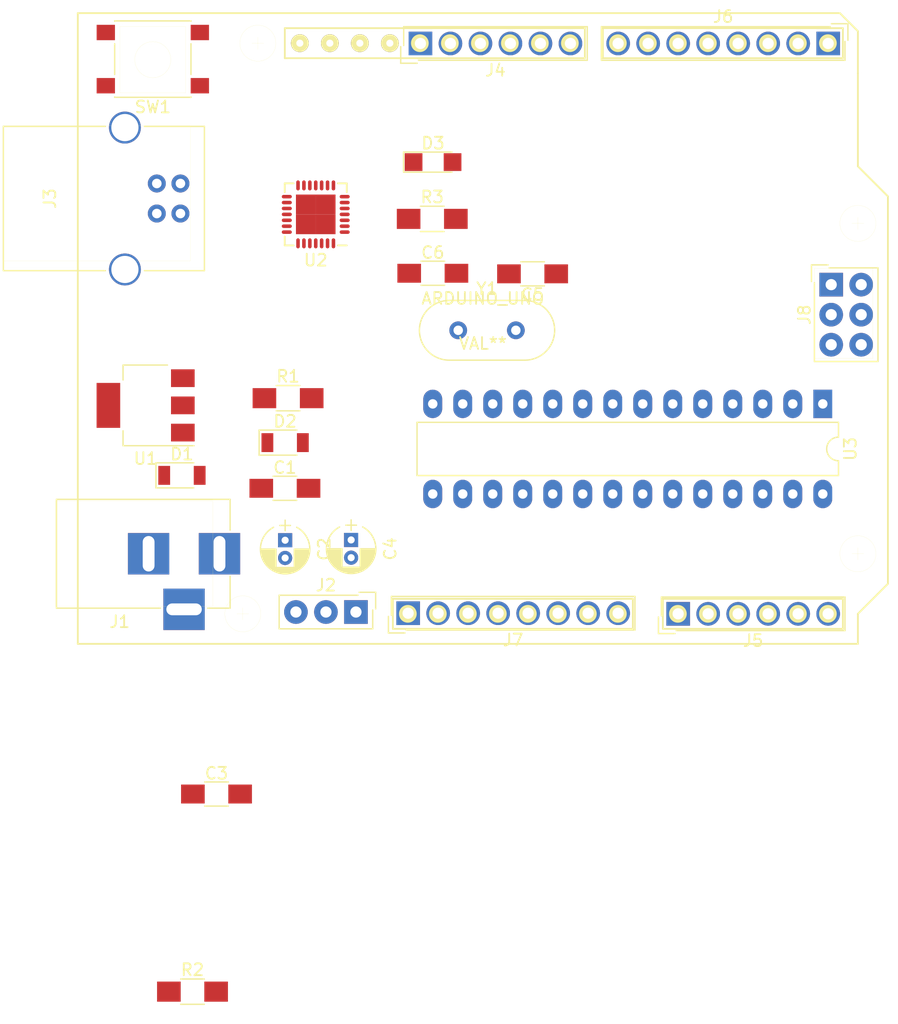
<source format=kicad_pcb>
(kicad_pcb (version 4) (host pcbnew 4.0.5)

  (general
    (links 76)
    (no_connects 76)
    (area 0 0 0 0)
    (thickness 1.6)
    (drawings 0)
    (tracks 0)
    (zones 0)
    (modules 26)
    (nets 61)
  )

  (page A4)
  (layers
    (0 F.Cu signal)
    (31 B.Cu signal)
    (32 B.Adhes user)
    (33 F.Adhes user)
    (34 B.Paste user)
    (35 F.Paste user)
    (36 B.SilkS user)
    (37 F.SilkS user)
    (38 B.Mask user)
    (39 F.Mask user)
    (40 Dwgs.User user)
    (41 Cmts.User user)
    (42 Eco1.User user)
    (43 Eco2.User user)
    (44 Edge.Cuts user)
    (45 Margin user)
    (46 B.CrtYd user)
    (47 F.CrtYd user)
    (48 B.Fab user)
    (49 F.Fab user)
  )

  (setup
    (last_trace_width 0.25)
    (trace_clearance 0.2)
    (zone_clearance 0.508)
    (zone_45_only no)
    (trace_min 0.2)
    (segment_width 0.2)
    (edge_width 0.15)
    (via_size 0.6)
    (via_drill 0.4)
    (via_min_size 0.4)
    (via_min_drill 0.3)
    (uvia_size 0.3)
    (uvia_drill 0.1)
    (uvias_allowed no)
    (uvia_min_size 0.2)
    (uvia_min_drill 0.1)
    (pcb_text_width 0.3)
    (pcb_text_size 1.5 1.5)
    (mod_edge_width 0.15)
    (mod_text_size 1 1)
    (mod_text_width 0.15)
    (pad_size 1.524 1.524)
    (pad_drill 0.762)
    (pad_to_mask_clearance 0.2)
    (aux_axis_origin 0 0)
    (visible_elements 7FFFF7FF)
    (pcbplotparams
      (layerselection 0x00030_80000001)
      (usegerberextensions false)
      (excludeedgelayer true)
      (linewidth 0.100000)
      (plotframeref false)
      (viasonmask false)
      (mode 1)
      (useauxorigin false)
      (hpglpennumber 1)
      (hpglpenspeed 20)
      (hpglpendiameter 15)
      (hpglpenoverlay 2)
      (psnegative false)
      (psa4output false)
      (plotreference true)
      (plotvalue true)
      (plotinvisibletext false)
      (padsonsilk false)
      (subtractmaskfromsilk false)
      (outputformat 1)
      (mirror false)
      (drillshape 1)
      (scaleselection 1)
      (outputdirectory ""))
  )

  (net 0 "")
  (net 1 "Net-(C1-Pad1)")
  (net 2 GND)
  (net 3 "Net-(C3-Pad1)")
  (net 4 "Net-(C3-Pad2)")
  (net 5 "Net-(C5-Pad1)")
  (net 6 "Net-(C6-Pad1)")
  (net 7 /VIN)
  (net 8 VCC)
  (net 9 /USB_5V)
  (net 10 /5V)
  (net 11 "Net-(J3-Pad2)")
  (net 12 "Net-(J3-Pad3)")
  (net 13 "Net-(J3-Pad5)")
  (net 14 "Net-(J4-Pad1)")
  (net 15 "Net-(J4-Pad2)")
  (net 16 "Net-(J4-Pad3)")
  (net 17 "Net-(J4-Pad4)")
  (net 18 "Net-(J4-Pad5)")
  (net 19 "Net-(J4-Pad6)")
  (net 20 "Net-(J5-Pad1)")
  (net 21 "Net-(J5-Pad2)")
  (net 22 "Net-(J5-Pad3)")
  (net 23 "Net-(J5-Pad4)")
  (net 24 "Net-(J5-Pad5)")
  (net 25 "Net-(J5-Pad6)")
  (net 26 /RXD)
  (net 27 /TXD)
  (net 28 "Net-(J6-Pad3)")
  (net 29 "Net-(J6-Pad4)")
  (net 30 "Net-(J6-Pad5)")
  (net 31 "Net-(J6-Pad6)")
  (net 32 "Net-(J6-Pad7)")
  (net 33 "Net-(J6-Pad8)")
  (net 34 "Net-(J7-Pad1)")
  (net 35 "Net-(J7-Pad2)")
  (net 36 /RST)
  (net 37 /3.3V)
  (net 38 +5V)
  (net 39 "Net-(U2-Pad1)")
  (net 40 "Net-(U2-Pad2)")
  (net 41 "Net-(U2-Pad27)")
  (net 42 "Net-(U2-Pad7)")
  (net 43 "Net-(U2-Pad9)")
  (net 44 "Net-(U2-Pad10)")
  (net 45 "Net-(U2-Pad11)")
  (net 46 "Net-(U2-Pad12)")
  (net 47 "Net-(U2-Pad13)")
  (net 48 "Net-(U2-Pad14)")
  (net 49 "Net-(U2-Pad15)")
  (net 50 "Net-(U2-Pad16)")
  (net 51 "Net-(U2-Pad17)")
  (net 52 "Net-(U2-Pad18)")
  (net 53 "Net-(U2-Pad19)")
  (net 54 "Net-(U2-Pad20)")
  (net 55 "Net-(U2-Pad21)")
  (net 56 "Net-(U2-Pad22)")
  (net 57 "Net-(U2-Pad23)")
  (net 58 "Net-(U2-Pad24)")
  (net 59 "Net-(D2-Pad2)")
  (net 60 "Net-(D3-Pad2)")

  (net_class Default "Ceci est la Netclass par défaut"
    (clearance 0.2)
    (trace_width 0.25)
    (via_dia 0.6)
    (via_drill 0.4)
    (uvia_dia 0.3)
    (uvia_drill 0.1)
    (add_net +5V)
    (add_net /3.3V)
    (add_net /5V)
    (add_net /RST)
    (add_net /RXD)
    (add_net /TXD)
    (add_net /USB_5V)
    (add_net /VIN)
    (add_net GND)
    (add_net "Net-(C1-Pad1)")
    (add_net "Net-(C3-Pad1)")
    (add_net "Net-(C3-Pad2)")
    (add_net "Net-(C5-Pad1)")
    (add_net "Net-(C6-Pad1)")
    (add_net "Net-(D2-Pad2)")
    (add_net "Net-(D3-Pad2)")
    (add_net "Net-(J3-Pad2)")
    (add_net "Net-(J3-Pad3)")
    (add_net "Net-(J3-Pad5)")
    (add_net "Net-(J4-Pad1)")
    (add_net "Net-(J4-Pad2)")
    (add_net "Net-(J4-Pad3)")
    (add_net "Net-(J4-Pad4)")
    (add_net "Net-(J4-Pad5)")
    (add_net "Net-(J4-Pad6)")
    (add_net "Net-(J5-Pad1)")
    (add_net "Net-(J5-Pad2)")
    (add_net "Net-(J5-Pad3)")
    (add_net "Net-(J5-Pad4)")
    (add_net "Net-(J5-Pad5)")
    (add_net "Net-(J5-Pad6)")
    (add_net "Net-(J6-Pad3)")
    (add_net "Net-(J6-Pad4)")
    (add_net "Net-(J6-Pad5)")
    (add_net "Net-(J6-Pad6)")
    (add_net "Net-(J6-Pad7)")
    (add_net "Net-(J6-Pad8)")
    (add_net "Net-(J7-Pad1)")
    (add_net "Net-(J7-Pad2)")
    (add_net "Net-(U2-Pad1)")
    (add_net "Net-(U2-Pad10)")
    (add_net "Net-(U2-Pad11)")
    (add_net "Net-(U2-Pad12)")
    (add_net "Net-(U2-Pad13)")
    (add_net "Net-(U2-Pad14)")
    (add_net "Net-(U2-Pad15)")
    (add_net "Net-(U2-Pad16)")
    (add_net "Net-(U2-Pad17)")
    (add_net "Net-(U2-Pad18)")
    (add_net "Net-(U2-Pad19)")
    (add_net "Net-(U2-Pad2)")
    (add_net "Net-(U2-Pad20)")
    (add_net "Net-(U2-Pad21)")
    (add_net "Net-(U2-Pad22)")
    (add_net "Net-(U2-Pad23)")
    (add_net "Net-(U2-Pad24)")
    (add_net "Net-(U2-Pad27)")
    (add_net "Net-(U2-Pad7)")
    (add_net "Net-(U2-Pad9)")
    (add_net VCC)
  )

  (module Capacitors_SMD:C_1206_HandSoldering (layer F.Cu) (tedit 58AA84D1) (tstamp 5A8DD445)
    (at 120.2248 80.6704)
    (descr "Capacitor SMD 1206, hand soldering")
    (tags "capacitor 1206")
    (path /5A8B6E4D)
    (attr smd)
    (fp_text reference C1 (at 0 -1.75) (layer F.SilkS)
      (effects (font (size 1 1) (thickness 0.15)))
    )
    (fp_text value 100uF (at 0 2) (layer F.Fab)
      (effects (font (size 1 1) (thickness 0.15)))
    )
    (fp_text user %R (at 0 -1.75) (layer F.Fab)
      (effects (font (size 1 1) (thickness 0.15)))
    )
    (fp_line (start -1.6 0.8) (end -1.6 -0.8) (layer F.Fab) (width 0.1))
    (fp_line (start 1.6 0.8) (end -1.6 0.8) (layer F.Fab) (width 0.1))
    (fp_line (start 1.6 -0.8) (end 1.6 0.8) (layer F.Fab) (width 0.1))
    (fp_line (start -1.6 -0.8) (end 1.6 -0.8) (layer F.Fab) (width 0.1))
    (fp_line (start 1 -1.02) (end -1 -1.02) (layer F.SilkS) (width 0.12))
    (fp_line (start -1 1.02) (end 1 1.02) (layer F.SilkS) (width 0.12))
    (fp_line (start -3.25 -1.05) (end 3.25 -1.05) (layer F.CrtYd) (width 0.05))
    (fp_line (start -3.25 -1.05) (end -3.25 1.05) (layer F.CrtYd) (width 0.05))
    (fp_line (start 3.25 1.05) (end 3.25 -1.05) (layer F.CrtYd) (width 0.05))
    (fp_line (start 3.25 1.05) (end -3.25 1.05) (layer F.CrtYd) (width 0.05))
    (pad 1 smd rect (at -2 0) (size 2 1.6) (layers F.Cu F.Paste F.Mask)
      (net 1 "Net-(C1-Pad1)"))
    (pad 2 smd rect (at 2 0) (size 2 1.6) (layers F.Cu F.Paste F.Mask)
      (net 2 GND))
    (model Capacitors_SMD.3dshapes/C_1206.wrl
      (at (xyz 0 0 0))
      (scale (xyz 1 1 1))
      (rotate (xyz 0 0 0))
    )
  )

  (module Capacitors_SMD:C_1206_HandSoldering (layer F.Cu) (tedit 58AA84D1) (tstamp 5A8DD451)
    (at 114.4336 106.5276)
    (descr "Capacitor SMD 1206, hand soldering")
    (tags "capacitor 1206")
    (path /5A8B5ABD)
    (attr smd)
    (fp_text reference C3 (at 0 -1.75) (layer F.SilkS)
      (effects (font (size 1 1) (thickness 0.15)))
    )
    (fp_text value 0.1uF (at 0 2) (layer F.Fab)
      (effects (font (size 1 1) (thickness 0.15)))
    )
    (fp_text user %R (at 0 -1.75) (layer F.Fab)
      (effects (font (size 1 1) (thickness 0.15)))
    )
    (fp_line (start -1.6 0.8) (end -1.6 -0.8) (layer F.Fab) (width 0.1))
    (fp_line (start 1.6 0.8) (end -1.6 0.8) (layer F.Fab) (width 0.1))
    (fp_line (start 1.6 -0.8) (end 1.6 0.8) (layer F.Fab) (width 0.1))
    (fp_line (start -1.6 -0.8) (end 1.6 -0.8) (layer F.Fab) (width 0.1))
    (fp_line (start 1 -1.02) (end -1 -1.02) (layer F.SilkS) (width 0.12))
    (fp_line (start -1 1.02) (end 1 1.02) (layer F.SilkS) (width 0.12))
    (fp_line (start -3.25 -1.05) (end 3.25 -1.05) (layer F.CrtYd) (width 0.05))
    (fp_line (start -3.25 -1.05) (end -3.25 1.05) (layer F.CrtYd) (width 0.05))
    (fp_line (start 3.25 1.05) (end 3.25 -1.05) (layer F.CrtYd) (width 0.05))
    (fp_line (start 3.25 1.05) (end -3.25 1.05) (layer F.CrtYd) (width 0.05))
    (pad 1 smd rect (at -2 0) (size 2 1.6) (layers F.Cu F.Paste F.Mask)
      (net 3 "Net-(C3-Pad1)"))
    (pad 2 smd rect (at 2 0) (size 2 1.6) (layers F.Cu F.Paste F.Mask)
      (net 4 "Net-(C3-Pad2)"))
    (model Capacitors_SMD.3dshapes/C_1206.wrl
      (at (xyz 0 0 0))
      (scale (xyz 1 1 1))
      (rotate (xyz 0 0 0))
    )
  )

  (module Capacitors_SMD:C_1206_HandSoldering (layer F.Cu) (tedit 58AA84D1) (tstamp 5A8DD45D)
    (at 141.192 62.5348 180)
    (descr "Capacitor SMD 1206, hand soldering")
    (tags "capacitor 1206")
    (path /5A8B29C8)
    (attr smd)
    (fp_text reference C5 (at 0 -1.75 180) (layer F.SilkS)
      (effects (font (size 1 1) (thickness 0.15)))
    )
    (fp_text value C (at 0 2 180) (layer F.Fab)
      (effects (font (size 1 1) (thickness 0.15)))
    )
    (fp_text user %R (at 0 -1.75 180) (layer F.Fab)
      (effects (font (size 1 1) (thickness 0.15)))
    )
    (fp_line (start -1.6 0.8) (end -1.6 -0.8) (layer F.Fab) (width 0.1))
    (fp_line (start 1.6 0.8) (end -1.6 0.8) (layer F.Fab) (width 0.1))
    (fp_line (start 1.6 -0.8) (end 1.6 0.8) (layer F.Fab) (width 0.1))
    (fp_line (start -1.6 -0.8) (end 1.6 -0.8) (layer F.Fab) (width 0.1))
    (fp_line (start 1 -1.02) (end -1 -1.02) (layer F.SilkS) (width 0.12))
    (fp_line (start -1 1.02) (end 1 1.02) (layer F.SilkS) (width 0.12))
    (fp_line (start -3.25 -1.05) (end 3.25 -1.05) (layer F.CrtYd) (width 0.05))
    (fp_line (start -3.25 -1.05) (end -3.25 1.05) (layer F.CrtYd) (width 0.05))
    (fp_line (start 3.25 1.05) (end 3.25 -1.05) (layer F.CrtYd) (width 0.05))
    (fp_line (start 3.25 1.05) (end -3.25 1.05) (layer F.CrtYd) (width 0.05))
    (pad 1 smd rect (at -2 0 180) (size 2 1.6) (layers F.Cu F.Paste F.Mask)
      (net 5 "Net-(C5-Pad1)"))
    (pad 2 smd rect (at 2 0 180) (size 2 1.6) (layers F.Cu F.Paste F.Mask)
      (net 2 GND))
    (model Capacitors_SMD.3dshapes/C_1206.wrl
      (at (xyz 0 0 0))
      (scale (xyz 1 1 1))
      (rotate (xyz 0 0 0))
    )
  )

  (module Capacitors_SMD:C_1206_HandSoldering (layer F.Cu) (tedit 58AA84D1) (tstamp 5A8DD463)
    (at 132.747 62.484)
    (descr "Capacitor SMD 1206, hand soldering")
    (tags "capacitor 1206")
    (path /5A8B2A38)
    (attr smd)
    (fp_text reference C6 (at 0 -1.75) (layer F.SilkS)
      (effects (font (size 1 1) (thickness 0.15)))
    )
    (fp_text value C (at 0 2) (layer F.Fab)
      (effects (font (size 1 1) (thickness 0.15)))
    )
    (fp_text user %R (at 0 -1.75) (layer F.Fab)
      (effects (font (size 1 1) (thickness 0.15)))
    )
    (fp_line (start -1.6 0.8) (end -1.6 -0.8) (layer F.Fab) (width 0.1))
    (fp_line (start 1.6 0.8) (end -1.6 0.8) (layer F.Fab) (width 0.1))
    (fp_line (start 1.6 -0.8) (end 1.6 0.8) (layer F.Fab) (width 0.1))
    (fp_line (start -1.6 -0.8) (end 1.6 -0.8) (layer F.Fab) (width 0.1))
    (fp_line (start 1 -1.02) (end -1 -1.02) (layer F.SilkS) (width 0.12))
    (fp_line (start -1 1.02) (end 1 1.02) (layer F.SilkS) (width 0.12))
    (fp_line (start -3.25 -1.05) (end 3.25 -1.05) (layer F.CrtYd) (width 0.05))
    (fp_line (start -3.25 -1.05) (end -3.25 1.05) (layer F.CrtYd) (width 0.05))
    (fp_line (start 3.25 1.05) (end 3.25 -1.05) (layer F.CrtYd) (width 0.05))
    (fp_line (start 3.25 1.05) (end -3.25 1.05) (layer F.CrtYd) (width 0.05))
    (pad 1 smd rect (at -2 0) (size 2 1.6) (layers F.Cu F.Paste F.Mask)
      (net 6 "Net-(C6-Pad1)"))
    (pad 2 smd rect (at 2 0) (size 2 1.6) (layers F.Cu F.Paste F.Mask)
      (net 2 GND))
    (model Capacitors_SMD.3dshapes/C_1206.wrl
      (at (xyz 0 0 0))
      (scale (xyz 1 1 1))
      (rotate (xyz 0 0 0))
    )
  )

  (module Diodes_SMD:D_1206 (layer F.Cu) (tedit 590CEAF5) (tstamp 5A8DD469)
    (at 111.5074 79.5782)
    (descr "Diode SMD 1206, reflow soldering http://datasheets.avx.com/schottky.pdf")
    (tags "Diode 1206")
    (path /5A8B6CE8)
    (attr smd)
    (fp_text reference D1 (at 0 -1.8) (layer F.SilkS)
      (effects (font (size 1 1) (thickness 0.15)))
    )
    (fp_text value D (at 0 1.9) (layer F.Fab)
      (effects (font (size 1 1) (thickness 0.15)))
    )
    (fp_text user %R (at 0 -1.8) (layer F.Fab)
      (effects (font (size 1 1) (thickness 0.15)))
    )
    (fp_line (start -0.254 -0.254) (end -0.254 0.254) (layer F.Fab) (width 0.1))
    (fp_line (start 0.127 0) (end 0.381 0) (layer F.Fab) (width 0.1))
    (fp_line (start -0.254 0) (end -0.508 0) (layer F.Fab) (width 0.1))
    (fp_line (start 0.127 0.254) (end -0.254 0) (layer F.Fab) (width 0.1))
    (fp_line (start 0.127 -0.254) (end 0.127 0.254) (layer F.Fab) (width 0.1))
    (fp_line (start -0.254 0) (end 0.127 -0.254) (layer F.Fab) (width 0.1))
    (fp_line (start -2.2 -1.06) (end -2.2 1.06) (layer F.SilkS) (width 0.12))
    (fp_line (start -1.7 0.95) (end -1.7 -0.95) (layer F.Fab) (width 0.1))
    (fp_line (start 1.7 0.95) (end -1.7 0.95) (layer F.Fab) (width 0.1))
    (fp_line (start 1.7 -0.95) (end 1.7 0.95) (layer F.Fab) (width 0.1))
    (fp_line (start -1.7 -0.95) (end 1.7 -0.95) (layer F.Fab) (width 0.1))
    (fp_line (start -2.3 -1.16) (end 2.3 -1.16) (layer F.CrtYd) (width 0.05))
    (fp_line (start -2.3 1.16) (end 2.3 1.16) (layer F.CrtYd) (width 0.05))
    (fp_line (start -2.3 -1.16) (end -2.3 1.16) (layer F.CrtYd) (width 0.05))
    (fp_line (start 2.3 -1.16) (end 2.3 1.16) (layer F.CrtYd) (width 0.05))
    (fp_line (start 1 -1.06) (end -2.2 -1.06) (layer F.SilkS) (width 0.12))
    (fp_line (start -2.2 1.06) (end 1 1.06) (layer F.SilkS) (width 0.12))
    (pad 1 smd rect (at -1.5 0) (size 1 1.6) (layers F.Cu F.Paste F.Mask)
      (net 1 "Net-(C1-Pad1)"))
    (pad 2 smd rect (at 1.5 0) (size 1 1.6) (layers F.Cu F.Paste F.Mask)
      (net 7 /VIN))
    (model ${KISYS3DMOD}/Diodes_SMD.3dshapes/D_1206.wrl
      (at (xyz 0 0 0))
      (scale (xyz 1 1 1))
      (rotate (xyz 0 0 0))
    )
  )

  (module Diodes_SMD:D_1206 (layer F.Cu) (tedit 590CEAF5) (tstamp 5A8DD46F)
    (at 120.2422 76.8096)
    (descr "Diode SMD 1206, reflow soldering http://datasheets.avx.com/schottky.pdf")
    (tags "Diode 1206")
    (path /5A8B7E08)
    (attr smd)
    (fp_text reference D2 (at 0 -1.8) (layer F.SilkS)
      (effects (font (size 1 1) (thickness 0.15)))
    )
    (fp_text value D (at 0 1.9) (layer F.Fab)
      (effects (font (size 1 1) (thickness 0.15)))
    )
    (fp_text user %R (at 0 -1.8) (layer F.Fab)
      (effects (font (size 1 1) (thickness 0.15)))
    )
    (fp_line (start -0.254 -0.254) (end -0.254 0.254) (layer F.Fab) (width 0.1))
    (fp_line (start 0.127 0) (end 0.381 0) (layer F.Fab) (width 0.1))
    (fp_line (start -0.254 0) (end -0.508 0) (layer F.Fab) (width 0.1))
    (fp_line (start 0.127 0.254) (end -0.254 0) (layer F.Fab) (width 0.1))
    (fp_line (start 0.127 -0.254) (end 0.127 0.254) (layer F.Fab) (width 0.1))
    (fp_line (start -0.254 0) (end 0.127 -0.254) (layer F.Fab) (width 0.1))
    (fp_line (start -2.2 -1.06) (end -2.2 1.06) (layer F.SilkS) (width 0.12))
    (fp_line (start -1.7 0.95) (end -1.7 -0.95) (layer F.Fab) (width 0.1))
    (fp_line (start 1.7 0.95) (end -1.7 0.95) (layer F.Fab) (width 0.1))
    (fp_line (start 1.7 -0.95) (end 1.7 0.95) (layer F.Fab) (width 0.1))
    (fp_line (start -1.7 -0.95) (end 1.7 -0.95) (layer F.Fab) (width 0.1))
    (fp_line (start -2.3 -1.16) (end 2.3 -1.16) (layer F.CrtYd) (width 0.05))
    (fp_line (start -2.3 1.16) (end 2.3 1.16) (layer F.CrtYd) (width 0.05))
    (fp_line (start -2.3 -1.16) (end -2.3 1.16) (layer F.CrtYd) (width 0.05))
    (fp_line (start 2.3 -1.16) (end 2.3 1.16) (layer F.CrtYd) (width 0.05))
    (fp_line (start 1 -1.06) (end -2.2 -1.06) (layer F.SilkS) (width 0.12))
    (fp_line (start -2.2 1.06) (end 1 1.06) (layer F.SilkS) (width 0.12))
    (pad 1 smd rect (at -1.5 0) (size 1 1.6) (layers F.Cu F.Paste F.Mask)
      (net 2 GND))
    (pad 2 smd rect (at 1.5 0) (size 1 1.6) (layers F.Cu F.Paste F.Mask)
      (net 59 "Net-(D2-Pad2)"))
    (model ${KISYS3DMOD}/Diodes_SMD.3dshapes/D_1206.wrl
      (at (xyz 0 0 0))
      (scale (xyz 1 1 1))
      (rotate (xyz 0 0 0))
    )
  )

  (module Connectors:BARREL_JACK (layer F.Cu) (tedit 5861378E) (tstamp 5A8DD476)
    (at 114.6866 86.2076)
    (descr "DC Barrel Jack")
    (tags "Power Jack")
    (path /5A8B6C6D)
    (fp_text reference J1 (at -8.45 5.75 180) (layer F.SilkS)
      (effects (font (size 1 1) (thickness 0.15)))
    )
    (fp_text value Barrel_Jack (at -6.2 -5.5) (layer F.Fab)
      (effects (font (size 1 1) (thickness 0.15)))
    )
    (fp_line (start 1 -4.5) (end 1 -4.75) (layer F.CrtYd) (width 0.05))
    (fp_line (start 1 -4.75) (end -14 -4.75) (layer F.CrtYd) (width 0.05))
    (fp_line (start 1 -4.5) (end 1 -2) (layer F.CrtYd) (width 0.05))
    (fp_line (start 1 -2) (end 2 -2) (layer F.CrtYd) (width 0.05))
    (fp_line (start 2 -2) (end 2 2) (layer F.CrtYd) (width 0.05))
    (fp_line (start 2 2) (end 1 2) (layer F.CrtYd) (width 0.05))
    (fp_line (start 1 2) (end 1 4.75) (layer F.CrtYd) (width 0.05))
    (fp_line (start 1 4.75) (end -1 4.75) (layer F.CrtYd) (width 0.05))
    (fp_line (start -1 4.75) (end -1 6.75) (layer F.CrtYd) (width 0.05))
    (fp_line (start -1 6.75) (end -5 6.75) (layer F.CrtYd) (width 0.05))
    (fp_line (start -5 6.75) (end -5 4.75) (layer F.CrtYd) (width 0.05))
    (fp_line (start -5 4.75) (end -14 4.75) (layer F.CrtYd) (width 0.05))
    (fp_line (start -14 4.75) (end -14 -4.75) (layer F.CrtYd) (width 0.05))
    (fp_line (start -5 4.6) (end -13.8 4.6) (layer F.SilkS) (width 0.12))
    (fp_line (start -13.8 4.6) (end -13.8 -4.6) (layer F.SilkS) (width 0.12))
    (fp_line (start 0.9 1.9) (end 0.9 4.6) (layer F.SilkS) (width 0.12))
    (fp_line (start 0.9 4.6) (end -1 4.6) (layer F.SilkS) (width 0.12))
    (fp_line (start -13.8 -4.6) (end 0.9 -4.6) (layer F.SilkS) (width 0.12))
    (fp_line (start 0.9 -4.6) (end 0.9 -2) (layer F.SilkS) (width 0.12))
    (fp_line (start -10.2 -4.5) (end -10.2 4.5) (layer F.Fab) (width 0.1))
    (fp_line (start -13.7 -4.5) (end -13.7 4.5) (layer F.Fab) (width 0.1))
    (fp_line (start -13.7 4.5) (end 0.8 4.5) (layer F.Fab) (width 0.1))
    (fp_line (start 0.8 4.5) (end 0.8 -4.5) (layer F.Fab) (width 0.1))
    (fp_line (start 0.8 -4.5) (end -13.7 -4.5) (layer F.Fab) (width 0.1))
    (pad 1 thru_hole rect (at 0 0) (size 3.5 3.5) (drill oval 1 3) (layers *.Cu *.Mask)
      (net 7 /VIN))
    (pad 2 thru_hole rect (at -6 0) (size 3.5 3.5) (drill oval 1 3) (layers *.Cu *.Mask)
      (net 2 GND))
    (pad 3 thru_hole rect (at -3 4.7) (size 3.5 3.5) (drill oval 3 1) (layers *.Cu *.Mask)
      (net 2 GND))
  )

  (module Connectors_Samtec:SL-103-X-XX_1x03 (layer F.Cu) (tedit 590274D5) (tstamp 5A8DD47D)
    (at 126.238 91.1352 270)
    (descr "Low profile, screw machine socket strip, through hole, 100mil / 2.54mm pitch")
    (tags "samtec socket strip tht single")
    (path /5A8B8B46)
    (fp_text reference J2 (at -2.27 2.54 360) (layer F.SilkS)
      (effects (font (size 1 1) (thickness 0.15)))
    )
    (fp_text value pwr (at 2.27 2.54 360) (layer F.Fab)
      (effects (font (size 1 1) (thickness 0.15)))
    )
    (fp_line (start -0.17 -1.42) (end 1.42 -1.42) (layer F.SilkS) (width 0.12))
    (fp_line (start 1.42 -1.42) (end 1.42 6.5) (layer F.SilkS) (width 0.12))
    (fp_line (start 1.42 6.5) (end -1.42 6.5) (layer F.SilkS) (width 0.12))
    (fp_line (start -1.42 6.5) (end -1.42 -0.17) (layer F.SilkS) (width 0.12))
    (fp_line (start -0.27 -1.67) (end -1.67 -1.67) (layer F.SilkS) (width 0.12))
    (fp_line (start -1.67 -1.67) (end -1.67 -0.27) (layer F.SilkS) (width 0.12))
    (fp_line (start -0.27 -1.67) (end -1.67 -1.67) (layer F.Fab) (width 0.1))
    (fp_line (start -1.67 -1.67) (end -1.67 -0.27) (layer F.Fab) (width 0.1))
    (fp_line (start -1.27 -1.27) (end -1.27 6.35) (layer F.Fab) (width 0.1))
    (fp_line (start -1.27 6.35) (end 1.27 6.35) (layer F.Fab) (width 0.1))
    (fp_line (start 1.27 6.35) (end 1.27 -1.27) (layer F.Fab) (width 0.1))
    (fp_line (start 1.27 -1.27) (end -1.27 -1.27) (layer F.Fab) (width 0.1))
    (fp_line (start -1.77 -1.77) (end -1.77 6.85) (layer F.CrtYd) (width 0.05))
    (fp_line (start -1.77 6.85) (end 1.77 6.85) (layer F.CrtYd) (width 0.05))
    (fp_line (start 1.77 6.85) (end 1.77 -1.77) (layer F.CrtYd) (width 0.05))
    (fp_line (start 1.77 -1.77) (end -1.77 -1.77) (layer F.CrtYd) (width 0.05))
    (fp_line (start -1.27 1.27) (end -1.07 1.27) (layer F.Fab) (width 0.1))
    (fp_line (start 1.27 1.27) (end 1.07 1.27) (layer F.Fab) (width 0.1))
    (fp_line (start -1.27 3.81) (end -1.07 3.81) (layer F.Fab) (width 0.1))
    (fp_line (start 1.27 3.81) (end 1.07 3.81) (layer F.Fab) (width 0.1))
    (fp_line (start -1.27 6.35) (end -1.07 6.35) (layer F.Fab) (width 0.1))
    (fp_line (start 1.27 6.35) (end 1.07 6.35) (layer F.Fab) (width 0.1))
    (fp_text user %R (at 0 2.54 360) (layer F.Fab)
      (effects (font (size 1 1) (thickness 0.15)))
    )
    (pad 1 thru_hole rect (at 0 0 270) (size 2 2) (drill 0.95) (layers *.Cu *.Mask)
      (net 9 /USB_5V))
    (pad 2 thru_hole circle (at 0 2.54 270) (size 2 2) (drill 0.95) (layers *.Cu *.Mask)
      (net 8 VCC))
    (pad 3 thru_hole circle (at 0 5.08 270) (size 2 2) (drill 0.95) (layers *.Cu *.Mask)
      (net 10 /5V))
    (model ${KISYS3DMOD}/Connectors_Samtec.3dshapes/SL-103-X-XX_1x03.wrl
      (at (xyz 0 0 0))
      (scale (xyz 1 1 1))
      (rotate (xyz 0 0 0))
    )
  )

  (module Connectors:USB_B (layer F.Cu) (tedit 55B36073) (tstamp 5A8DD487)
    (at 111.38 57.435 180)
    (descr "USB B connector")
    (tags "USB_B USB_DEV")
    (path /5A8B55E4)
    (fp_text reference J3 (at 11.05 1.27 270) (layer F.SilkS)
      (effects (font (size 1 1) (thickness 0.15)))
    )
    (fp_text value USB_B (at 4.7 1.27 270) (layer F.Fab)
      (effects (font (size 1 1) (thickness 0.15)))
    )
    (fp_line (start 15.25 8.9) (end -2.3 8.9) (layer F.CrtYd) (width 0.05))
    (fp_line (start -2.3 8.9) (end -2.3 -6.35) (layer F.CrtYd) (width 0.05))
    (fp_line (start -2.3 -6.35) (end 15.25 -6.35) (layer F.CrtYd) (width 0.05))
    (fp_line (start 15.25 -6.35) (end 15.25 8.9) (layer F.CrtYd) (width 0.05))
    (fp_line (start 6.35 7.37) (end 14.99 7.37) (layer F.SilkS) (width 0.12))
    (fp_line (start -2.03 7.37) (end 3.05 7.37) (layer F.SilkS) (width 0.12))
    (fp_line (start 6.35 -4.83) (end 14.99 -4.83) (layer F.SilkS) (width 0.12))
    (fp_line (start -2.03 -4.83) (end 3.05 -4.83) (layer F.SilkS) (width 0.12))
    (fp_line (start 14.99 -4.83) (end 14.99 7.37) (layer F.SilkS) (width 0.12))
    (fp_line (start -2.03 7.37) (end -2.03 -4.83) (layer F.SilkS) (width 0.12))
    (pad 2 thru_hole circle (at 0 2.54 90) (size 1.52 1.52) (drill 0.81) (layers *.Cu *.Mask)
      (net 11 "Net-(J3-Pad2)"))
    (pad 1 thru_hole circle (at 0 0 90) (size 1.52 1.52) (drill 0.81) (layers *.Cu *.Mask)
      (net 9 /USB_5V))
    (pad 4 thru_hole circle (at 2 0 90) (size 1.52 1.52) (drill 0.81) (layers *.Cu *.Mask)
      (net 2 GND))
    (pad 3 thru_hole circle (at 2 2.54 90) (size 1.52 1.52) (drill 0.81) (layers *.Cu *.Mask)
      (net 12 "Net-(J3-Pad3)"))
    (pad 5 thru_hole circle (at 4.7 7.27 90) (size 2.7 2.7) (drill 2.3) (layers *.Cu *.Mask)
      (net 13 "Net-(J3-Pad5)"))
    (pad 5 thru_hole circle (at 4.7 -4.73 90) (size 2.7 2.7) (drill 2.3) (layers *.Cu *.Mask)
      (net 13 "Net-(J3-Pad5)"))
    (model ${KISYS3DMOD}/Connectors.3dshapes/USB_B.wrl
      (at (xyz 0.18 -0.05 0))
      (scale (xyz 0.39 0.39 0.39))
      (rotate (xyz 0 0 -90))
    )
  )

  (module Connectors_Samtec:SL-106-X-XX_1x06 (layer F.Cu) (tedit 590274D5) (tstamp 5A8DD491)
    (at 131.699 43.053 90)
    (descr "Low profile, screw machine socket strip, through hole, 100mil / 2.54mm pitch")
    (tags "samtec socket strip tht single")
    (path /5A8B2AFE)
    (fp_text reference J4 (at -2.27 6.35 180) (layer F.SilkS)
      (effects (font (size 1 1) (thickness 0.15)))
    )
    (fp_text value "Digital IO" (at 2.27 6.35 180) (layer F.Fab)
      (effects (font (size 1 1) (thickness 0.15)))
    )
    (fp_line (start -0.17 -1.42) (end 1.42 -1.42) (layer F.SilkS) (width 0.12))
    (fp_line (start 1.42 -1.42) (end 1.42 14.12) (layer F.SilkS) (width 0.12))
    (fp_line (start 1.42 14.12) (end -1.42 14.12) (layer F.SilkS) (width 0.12))
    (fp_line (start -1.42 14.12) (end -1.42 -0.17) (layer F.SilkS) (width 0.12))
    (fp_line (start -0.27 -1.67) (end -1.67 -1.67) (layer F.SilkS) (width 0.12))
    (fp_line (start -1.67 -1.67) (end -1.67 -0.27) (layer F.SilkS) (width 0.12))
    (fp_line (start -0.27 -1.67) (end -1.67 -1.67) (layer F.Fab) (width 0.1))
    (fp_line (start -1.67 -1.67) (end -1.67 -0.27) (layer F.Fab) (width 0.1))
    (fp_line (start -1.27 -1.27) (end -1.27 13.97) (layer F.Fab) (width 0.1))
    (fp_line (start -1.27 13.97) (end 1.27 13.97) (layer F.Fab) (width 0.1))
    (fp_line (start 1.27 13.97) (end 1.27 -1.27) (layer F.Fab) (width 0.1))
    (fp_line (start 1.27 -1.27) (end -1.27 -1.27) (layer F.Fab) (width 0.1))
    (fp_line (start -1.77 -1.77) (end -1.77 14.47) (layer F.CrtYd) (width 0.05))
    (fp_line (start -1.77 14.47) (end 1.77 14.47) (layer F.CrtYd) (width 0.05))
    (fp_line (start 1.77 14.47) (end 1.77 -1.77) (layer F.CrtYd) (width 0.05))
    (fp_line (start 1.77 -1.77) (end -1.77 -1.77) (layer F.CrtYd) (width 0.05))
    (fp_line (start -1.27 1.27) (end -1.07 1.27) (layer F.Fab) (width 0.1))
    (fp_line (start 1.27 1.27) (end 1.07 1.27) (layer F.Fab) (width 0.1))
    (fp_line (start -1.27 3.81) (end -1.07 3.81) (layer F.Fab) (width 0.1))
    (fp_line (start 1.27 3.81) (end 1.07 3.81) (layer F.Fab) (width 0.1))
    (fp_line (start -1.27 6.35) (end -1.07 6.35) (layer F.Fab) (width 0.1))
    (fp_line (start 1.27 6.35) (end 1.07 6.35) (layer F.Fab) (width 0.1))
    (fp_line (start -1.27 8.89) (end -1.07 8.89) (layer F.Fab) (width 0.1))
    (fp_line (start 1.27 8.89) (end 1.07 8.89) (layer F.Fab) (width 0.1))
    (fp_line (start -1.27 11.43) (end -1.07 11.43) (layer F.Fab) (width 0.1))
    (fp_line (start 1.27 11.43) (end 1.07 11.43) (layer F.Fab) (width 0.1))
    (fp_line (start -1.27 13.97) (end -1.07 13.97) (layer F.Fab) (width 0.1))
    (fp_line (start 1.27 13.97) (end 1.07 13.97) (layer F.Fab) (width 0.1))
    (fp_text user %R (at 0 6.35 180) (layer F.Fab)
      (effects (font (size 1 1) (thickness 0.15)))
    )
    (pad 1 thru_hole rect (at 0 0 90) (size 2 2) (drill 0.95) (layers *.Cu *.Mask)
      (net 14 "Net-(J4-Pad1)"))
    (pad 2 thru_hole circle (at 0 2.54 90) (size 2 2) (drill 0.95) (layers *.Cu *.Mask)
      (net 15 "Net-(J4-Pad2)"))
    (pad 3 thru_hole circle (at 0 5.08 90) (size 2 2) (drill 0.95) (layers *.Cu *.Mask)
      (net 16 "Net-(J4-Pad3)"))
    (pad 4 thru_hole circle (at 0 7.62 90) (size 2 2) (drill 0.95) (layers *.Cu *.Mask)
      (net 17 "Net-(J4-Pad4)"))
    (pad 5 thru_hole circle (at 0 10.16 90) (size 2 2) (drill 0.95) (layers *.Cu *.Mask)
      (net 18 "Net-(J4-Pad5)"))
    (pad 6 thru_hole circle (at 0 12.7 90) (size 2 2) (drill 0.95) (layers *.Cu *.Mask)
      (net 19 "Net-(J4-Pad6)"))
    (model ${KISYS3DMOD}/Connectors_Samtec.3dshapes/SL-106-X-XX_1x06.wrl
      (at (xyz 0 0 0))
      (scale (xyz 1 1 1))
      (rotate (xyz 0 0 0))
    )
  )

  (module Connectors_Samtec:SL-106-X-XX_1x06 (layer F.Cu) (tedit 590274D5) (tstamp 5A8DD49B)
    (at 153.5176 91.2876 90)
    (descr "Low profile, screw machine socket strip, through hole, 100mil / 2.54mm pitch")
    (tags "samtec socket strip tht single")
    (path /5A8B427E)
    (fp_text reference J5 (at -2.27 6.35 180) (layer F.SilkS)
      (effects (font (size 1 1) (thickness 0.15)))
    )
    (fp_text value "Analog In" (at 2.27 6.35 180) (layer F.Fab)
      (effects (font (size 1 1) (thickness 0.15)))
    )
    (fp_line (start -0.17 -1.42) (end 1.42 -1.42) (layer F.SilkS) (width 0.12))
    (fp_line (start 1.42 -1.42) (end 1.42 14.12) (layer F.SilkS) (width 0.12))
    (fp_line (start 1.42 14.12) (end -1.42 14.12) (layer F.SilkS) (width 0.12))
    (fp_line (start -1.42 14.12) (end -1.42 -0.17) (layer F.SilkS) (width 0.12))
    (fp_line (start -0.27 -1.67) (end -1.67 -1.67) (layer F.SilkS) (width 0.12))
    (fp_line (start -1.67 -1.67) (end -1.67 -0.27) (layer F.SilkS) (width 0.12))
    (fp_line (start -0.27 -1.67) (end -1.67 -1.67) (layer F.Fab) (width 0.1))
    (fp_line (start -1.67 -1.67) (end -1.67 -0.27) (layer F.Fab) (width 0.1))
    (fp_line (start -1.27 -1.27) (end -1.27 13.97) (layer F.Fab) (width 0.1))
    (fp_line (start -1.27 13.97) (end 1.27 13.97) (layer F.Fab) (width 0.1))
    (fp_line (start 1.27 13.97) (end 1.27 -1.27) (layer F.Fab) (width 0.1))
    (fp_line (start 1.27 -1.27) (end -1.27 -1.27) (layer F.Fab) (width 0.1))
    (fp_line (start -1.77 -1.77) (end -1.77 14.47) (layer F.CrtYd) (width 0.05))
    (fp_line (start -1.77 14.47) (end 1.77 14.47) (layer F.CrtYd) (width 0.05))
    (fp_line (start 1.77 14.47) (end 1.77 -1.77) (layer F.CrtYd) (width 0.05))
    (fp_line (start 1.77 -1.77) (end -1.77 -1.77) (layer F.CrtYd) (width 0.05))
    (fp_line (start -1.27 1.27) (end -1.07 1.27) (layer F.Fab) (width 0.1))
    (fp_line (start 1.27 1.27) (end 1.07 1.27) (layer F.Fab) (width 0.1))
    (fp_line (start -1.27 3.81) (end -1.07 3.81) (layer F.Fab) (width 0.1))
    (fp_line (start 1.27 3.81) (end 1.07 3.81) (layer F.Fab) (width 0.1))
    (fp_line (start -1.27 6.35) (end -1.07 6.35) (layer F.Fab) (width 0.1))
    (fp_line (start 1.27 6.35) (end 1.07 6.35) (layer F.Fab) (width 0.1))
    (fp_line (start -1.27 8.89) (end -1.07 8.89) (layer F.Fab) (width 0.1))
    (fp_line (start 1.27 8.89) (end 1.07 8.89) (layer F.Fab) (width 0.1))
    (fp_line (start -1.27 11.43) (end -1.07 11.43) (layer F.Fab) (width 0.1))
    (fp_line (start 1.27 11.43) (end 1.07 11.43) (layer F.Fab) (width 0.1))
    (fp_line (start -1.27 13.97) (end -1.07 13.97) (layer F.Fab) (width 0.1))
    (fp_line (start 1.27 13.97) (end 1.07 13.97) (layer F.Fab) (width 0.1))
    (fp_text user %R (at 0 6.35 180) (layer F.Fab)
      (effects (font (size 1 1) (thickness 0.15)))
    )
    (pad 1 thru_hole rect (at 0 0 90) (size 2 2) (drill 0.95) (layers *.Cu *.Mask)
      (net 20 "Net-(J5-Pad1)"))
    (pad 2 thru_hole circle (at 0 2.54 90) (size 2 2) (drill 0.95) (layers *.Cu *.Mask)
      (net 21 "Net-(J5-Pad2)"))
    (pad 3 thru_hole circle (at 0 5.08 90) (size 2 2) (drill 0.95) (layers *.Cu *.Mask)
      (net 22 "Net-(J5-Pad3)"))
    (pad 4 thru_hole circle (at 0 7.62 90) (size 2 2) (drill 0.95) (layers *.Cu *.Mask)
      (net 23 "Net-(J5-Pad4)"))
    (pad 5 thru_hole circle (at 0 10.16 90) (size 2 2) (drill 0.95) (layers *.Cu *.Mask)
      (net 24 "Net-(J5-Pad5)"))
    (pad 6 thru_hole circle (at 0 12.7 90) (size 2 2) (drill 0.95) (layers *.Cu *.Mask)
      (net 25 "Net-(J5-Pad6)"))
    (model ${KISYS3DMOD}/Connectors_Samtec.3dshapes/SL-106-X-XX_1x06.wrl
      (at (xyz 0 0 0))
      (scale (xyz 1 1 1))
      (rotate (xyz 0 0 0))
    )
  )

  (module Connectors_Samtec:SL-108-X-XX_1x08 (layer F.Cu) (tedit 590274D5) (tstamp 5A8DD4A7)
    (at 166.2176 43.053 270)
    (descr "Low profile, screw machine socket strip, through hole, 100mil / 2.54mm pitch")
    (tags "samtec socket strip tht single")
    (path /5A8B2B53)
    (fp_text reference J6 (at -2.27 8.89 360) (layer F.SilkS)
      (effects (font (size 1 1) (thickness 0.15)))
    )
    (fp_text value "Digital IO" (at 2.27 8.89 360) (layer F.Fab)
      (effects (font (size 1 1) (thickness 0.15)))
    )
    (fp_line (start -0.17 -1.42) (end 1.42 -1.42) (layer F.SilkS) (width 0.12))
    (fp_line (start 1.42 -1.42) (end 1.42 19.2) (layer F.SilkS) (width 0.12))
    (fp_line (start 1.42 19.2) (end -1.42 19.2) (layer F.SilkS) (width 0.12))
    (fp_line (start -1.42 19.2) (end -1.42 -0.17) (layer F.SilkS) (width 0.12))
    (fp_line (start -0.27 -1.67) (end -1.67 -1.67) (layer F.SilkS) (width 0.12))
    (fp_line (start -1.67 -1.67) (end -1.67 -0.27) (layer F.SilkS) (width 0.12))
    (fp_line (start -0.27 -1.67) (end -1.67 -1.67) (layer F.Fab) (width 0.1))
    (fp_line (start -1.67 -1.67) (end -1.67 -0.27) (layer F.Fab) (width 0.1))
    (fp_line (start -1.27 -1.27) (end -1.27 19.05) (layer F.Fab) (width 0.1))
    (fp_line (start -1.27 19.05) (end 1.27 19.05) (layer F.Fab) (width 0.1))
    (fp_line (start 1.27 19.05) (end 1.27 -1.27) (layer F.Fab) (width 0.1))
    (fp_line (start 1.27 -1.27) (end -1.27 -1.27) (layer F.Fab) (width 0.1))
    (fp_line (start -1.77 -1.77) (end -1.77 19.55) (layer F.CrtYd) (width 0.05))
    (fp_line (start -1.77 19.55) (end 1.77 19.55) (layer F.CrtYd) (width 0.05))
    (fp_line (start 1.77 19.55) (end 1.77 -1.77) (layer F.CrtYd) (width 0.05))
    (fp_line (start 1.77 -1.77) (end -1.77 -1.77) (layer F.CrtYd) (width 0.05))
    (fp_line (start -1.27 1.27) (end -1.07 1.27) (layer F.Fab) (width 0.1))
    (fp_line (start 1.27 1.27) (end 1.07 1.27) (layer F.Fab) (width 0.1))
    (fp_line (start -1.27 3.81) (end -1.07 3.81) (layer F.Fab) (width 0.1))
    (fp_line (start 1.27 3.81) (end 1.07 3.81) (layer F.Fab) (width 0.1))
    (fp_line (start -1.27 6.35) (end -1.07 6.35) (layer F.Fab) (width 0.1))
    (fp_line (start 1.27 6.35) (end 1.07 6.35) (layer F.Fab) (width 0.1))
    (fp_line (start -1.27 8.89) (end -1.07 8.89) (layer F.Fab) (width 0.1))
    (fp_line (start 1.27 8.89) (end 1.07 8.89) (layer F.Fab) (width 0.1))
    (fp_line (start -1.27 11.43) (end -1.07 11.43) (layer F.Fab) (width 0.1))
    (fp_line (start 1.27 11.43) (end 1.07 11.43) (layer F.Fab) (width 0.1))
    (fp_line (start -1.27 13.97) (end -1.07 13.97) (layer F.Fab) (width 0.1))
    (fp_line (start 1.27 13.97) (end 1.07 13.97) (layer F.Fab) (width 0.1))
    (fp_line (start -1.27 16.51) (end -1.07 16.51) (layer F.Fab) (width 0.1))
    (fp_line (start 1.27 16.51) (end 1.07 16.51) (layer F.Fab) (width 0.1))
    (fp_line (start -1.27 19.05) (end -1.07 19.05) (layer F.Fab) (width 0.1))
    (fp_line (start 1.27 19.05) (end 1.07 19.05) (layer F.Fab) (width 0.1))
    (fp_text user %R (at 0 8.89 360) (layer F.Fab)
      (effects (font (size 1 1) (thickness 0.15)))
    )
    (pad 1 thru_hole rect (at 0 0 270) (size 2 2) (drill 0.95) (layers *.Cu *.Mask)
      (net 26 /RXD))
    (pad 2 thru_hole circle (at 0 2.54 270) (size 2 2) (drill 0.95) (layers *.Cu *.Mask)
      (net 27 /TXD))
    (pad 3 thru_hole circle (at 0 5.08 270) (size 2 2) (drill 0.95) (layers *.Cu *.Mask)
      (net 28 "Net-(J6-Pad3)"))
    (pad 4 thru_hole circle (at 0 7.62 270) (size 2 2) (drill 0.95) (layers *.Cu *.Mask)
      (net 29 "Net-(J6-Pad4)"))
    (pad 5 thru_hole circle (at 0 10.16 270) (size 2 2) (drill 0.95) (layers *.Cu *.Mask)
      (net 30 "Net-(J6-Pad5)"))
    (pad 6 thru_hole circle (at 0 12.7 270) (size 2 2) (drill 0.95) (layers *.Cu *.Mask)
      (net 31 "Net-(J6-Pad6)"))
    (pad 7 thru_hole circle (at 0 15.24 270) (size 2 2) (drill 0.95) (layers *.Cu *.Mask)
      (net 32 "Net-(J6-Pad7)"))
    (pad 8 thru_hole circle (at 0 17.78 270) (size 2 2) (drill 0.95) (layers *.Cu *.Mask)
      (net 33 "Net-(J6-Pad8)"))
    (model ${KISYS3DMOD}/Connectors_Samtec.3dshapes/SL-108-X-XX_1x08.wrl
      (at (xyz 0 0 0))
      (scale (xyz 1 1 1))
      (rotate (xyz 0 0 0))
    )
  )

  (module Connectors_Samtec:SL-108-X-XX_1x08 (layer F.Cu) (tedit 590274D5) (tstamp 5A8DD4B3)
    (at 130.6576 91.2368 90)
    (descr "Low profile, screw machine socket strip, through hole, 100mil / 2.54mm pitch")
    (tags "samtec socket strip tht single")
    (path /5A8B96AE)
    (fp_text reference J7 (at -2.27 8.89 180) (layer F.SilkS)
      (effects (font (size 1 1) (thickness 0.15)))
    )
    (fp_text value PWR (at 2.27 8.89 180) (layer F.Fab)
      (effects (font (size 1 1) (thickness 0.15)))
    )
    (fp_line (start -0.17 -1.42) (end 1.42 -1.42) (layer F.SilkS) (width 0.12))
    (fp_line (start 1.42 -1.42) (end 1.42 19.2) (layer F.SilkS) (width 0.12))
    (fp_line (start 1.42 19.2) (end -1.42 19.2) (layer F.SilkS) (width 0.12))
    (fp_line (start -1.42 19.2) (end -1.42 -0.17) (layer F.SilkS) (width 0.12))
    (fp_line (start -0.27 -1.67) (end -1.67 -1.67) (layer F.SilkS) (width 0.12))
    (fp_line (start -1.67 -1.67) (end -1.67 -0.27) (layer F.SilkS) (width 0.12))
    (fp_line (start -0.27 -1.67) (end -1.67 -1.67) (layer F.Fab) (width 0.1))
    (fp_line (start -1.67 -1.67) (end -1.67 -0.27) (layer F.Fab) (width 0.1))
    (fp_line (start -1.27 -1.27) (end -1.27 19.05) (layer F.Fab) (width 0.1))
    (fp_line (start -1.27 19.05) (end 1.27 19.05) (layer F.Fab) (width 0.1))
    (fp_line (start 1.27 19.05) (end 1.27 -1.27) (layer F.Fab) (width 0.1))
    (fp_line (start 1.27 -1.27) (end -1.27 -1.27) (layer F.Fab) (width 0.1))
    (fp_line (start -1.77 -1.77) (end -1.77 19.55) (layer F.CrtYd) (width 0.05))
    (fp_line (start -1.77 19.55) (end 1.77 19.55) (layer F.CrtYd) (width 0.05))
    (fp_line (start 1.77 19.55) (end 1.77 -1.77) (layer F.CrtYd) (width 0.05))
    (fp_line (start 1.77 -1.77) (end -1.77 -1.77) (layer F.CrtYd) (width 0.05))
    (fp_line (start -1.27 1.27) (end -1.07 1.27) (layer F.Fab) (width 0.1))
    (fp_line (start 1.27 1.27) (end 1.07 1.27) (layer F.Fab) (width 0.1))
    (fp_line (start -1.27 3.81) (end -1.07 3.81) (layer F.Fab) (width 0.1))
    (fp_line (start 1.27 3.81) (end 1.07 3.81) (layer F.Fab) (width 0.1))
    (fp_line (start -1.27 6.35) (end -1.07 6.35) (layer F.Fab) (width 0.1))
    (fp_line (start 1.27 6.35) (end 1.07 6.35) (layer F.Fab) (width 0.1))
    (fp_line (start -1.27 8.89) (end -1.07 8.89) (layer F.Fab) (width 0.1))
    (fp_line (start 1.27 8.89) (end 1.07 8.89) (layer F.Fab) (width 0.1))
    (fp_line (start -1.27 11.43) (end -1.07 11.43) (layer F.Fab) (width 0.1))
    (fp_line (start 1.27 11.43) (end 1.07 11.43) (layer F.Fab) (width 0.1))
    (fp_line (start -1.27 13.97) (end -1.07 13.97) (layer F.Fab) (width 0.1))
    (fp_line (start 1.27 13.97) (end 1.07 13.97) (layer F.Fab) (width 0.1))
    (fp_line (start -1.27 16.51) (end -1.07 16.51) (layer F.Fab) (width 0.1))
    (fp_line (start 1.27 16.51) (end 1.07 16.51) (layer F.Fab) (width 0.1))
    (fp_line (start -1.27 19.05) (end -1.07 19.05) (layer F.Fab) (width 0.1))
    (fp_line (start 1.27 19.05) (end 1.07 19.05) (layer F.Fab) (width 0.1))
    (fp_text user %R (at 0 8.89 180) (layer F.Fab)
      (effects (font (size 1 1) (thickness 0.15)))
    )
    (pad 1 thru_hole rect (at 0 0 90) (size 2 2) (drill 0.95) (layers *.Cu *.Mask)
      (net 34 "Net-(J7-Pad1)"))
    (pad 2 thru_hole circle (at 0 2.54 90) (size 2 2) (drill 0.95) (layers *.Cu *.Mask)
      (net 35 "Net-(J7-Pad2)"))
    (pad 3 thru_hole circle (at 0 5.08 90) (size 2 2) (drill 0.95) (layers *.Cu *.Mask)
      (net 36 /RST))
    (pad 4 thru_hole circle (at 0 7.62 90) (size 2 2) (drill 0.95) (layers *.Cu *.Mask)
      (net 37 /3.3V))
    (pad 5 thru_hole circle (at 0 10.16 90) (size 2 2) (drill 0.95) (layers *.Cu *.Mask)
      (net 10 /5V))
    (pad 6 thru_hole circle (at 0 12.7 90) (size 2 2) (drill 0.95) (layers *.Cu *.Mask)
      (net 2 GND))
    (pad 7 thru_hole circle (at 0 15.24 90) (size 2 2) (drill 0.95) (layers *.Cu *.Mask)
      (net 2 GND))
    (pad 8 thru_hole circle (at 0 17.78 90) (size 2 2) (drill 0.95) (layers *.Cu *.Mask)
      (net 7 /VIN))
    (model ${KISYS3DMOD}/Connectors_Samtec.3dshapes/SL-108-X-XX_1x08.wrl
      (at (xyz 0 0 0))
      (scale (xyz 1 1 1))
      (rotate (xyz 0 0 0))
    )
  )

  (module Connectors_Samtec:SDL-106-X-XX_2x03 (layer F.Cu) (tedit 590274CA) (tstamp 5A8DD4BD)
    (at 166.4716 63.4492)
    (descr "Double row, low profile, screw machine socket strip, through hole, 100mil / 2.54mm pitch")
    (tags "samtec socket strip tht dual")
    (path /5A8B2C18)
    (fp_text reference J8 (at -2.27 2.54 90) (layer F.SilkS)
      (effects (font (size 1 1) (thickness 0.15)))
    )
    (fp_text value ICSP (at 4.81 2.54 90) (layer F.Fab)
      (effects (font (size 1 1) (thickness 0.15)))
    )
    (fp_line (start -0.17 -1.42) (end 3.96 -1.42) (layer F.SilkS) (width 0.12))
    (fp_line (start 3.96 -1.42) (end 3.96 6.5) (layer F.SilkS) (width 0.12))
    (fp_line (start 3.96 6.5) (end -1.42 6.5) (layer F.SilkS) (width 0.12))
    (fp_line (start -1.42 6.5) (end -1.42 -0.17) (layer F.SilkS) (width 0.12))
    (fp_line (start -0.27 -1.67) (end -1.67 -1.67) (layer F.SilkS) (width 0.12))
    (fp_line (start -1.67 -1.67) (end -1.67 -0.27) (layer F.SilkS) (width 0.12))
    (fp_line (start -0.27 -1.67) (end -1.67 -1.67) (layer F.Fab) (width 0.1))
    (fp_line (start -1.67 -1.67) (end -1.67 -0.27) (layer F.Fab) (width 0.1))
    (fp_line (start -1.27 -1.27) (end -1.27 6.35) (layer F.Fab) (width 0.1))
    (fp_line (start -1.27 6.35) (end 3.81 6.35) (layer F.Fab) (width 0.1))
    (fp_line (start 3.81 6.35) (end 3.81 -1.27) (layer F.Fab) (width 0.1))
    (fp_line (start 3.81 -1.27) (end -1.27 -1.27) (layer F.Fab) (width 0.1))
    (fp_line (start -1.77 -1.77) (end -1.77 6.85) (layer F.CrtYd) (width 0.05))
    (fp_line (start -1.77 6.85) (end 4.31 6.85) (layer F.CrtYd) (width 0.05))
    (fp_line (start 4.31 6.85) (end 4.31 -1.77) (layer F.CrtYd) (width 0.05))
    (fp_line (start 4.31 -1.77) (end -1.77 -1.77) (layer F.CrtYd) (width 0.05))
    (fp_line (start -1.27 1.27) (end -1.07 1.27) (layer F.Fab) (width 0.1))
    (fp_line (start 3.81 1.27) (end 3.61 1.27) (layer F.Fab) (width 0.1))
    (fp_line (start -1.27 3.81) (end -1.07 3.81) (layer F.Fab) (width 0.1))
    (fp_line (start 3.81 3.81) (end 3.61 3.81) (layer F.Fab) (width 0.1))
    (fp_line (start -1.27 6.35) (end -1.07 6.35) (layer F.Fab) (width 0.1))
    (fp_line (start 3.81 6.35) (end 3.61 6.35) (layer F.Fab) (width 0.1))
    (fp_text user %R (at 1.27 2.54 90) (layer F.Fab)
      (effects (font (size 1 1) (thickness 0.15)))
    )
    (pad 1 thru_hole rect (at 0 0) (size 2 2) (drill 0.95) (layers *.Cu *.Mask)
      (net 18 "Net-(J4-Pad5)"))
    (pad 3 thru_hole circle (at 0 2.54) (size 2 2) (drill 0.95) (layers *.Cu *.Mask)
      (net 19 "Net-(J4-Pad6)"))
    (pad 5 thru_hole circle (at 0 5.08) (size 2 2) (drill 0.95) (layers *.Cu *.Mask)
      (net 36 /RST))
    (pad 2 thru_hole circle (at 2.54 0) (size 2 2) (drill 0.95) (layers *.Cu *.Mask)
      (net 8 VCC))
    (pad 4 thru_hole circle (at 2.54 2.54) (size 2 2) (drill 0.95) (layers *.Cu *.Mask)
      (net 17 "Net-(J4-Pad4)"))
    (pad 6 thru_hole circle (at 2.54 5.08) (size 2 2) (drill 0.95) (layers *.Cu *.Mask)
      (net 2 GND))
    (model ${KISYS3DMOD}/Connectors_Samtec.3dshapes/SDL-106-X-XX_2x03.wrl
      (at (xyz 0 0 0))
      (scale (xyz 1 1 1))
      (rotate (xyz 0 0 0))
    )
  )

  (module Resistors_SMD:R_1206_HandSoldering (layer F.Cu) (tedit 58E0A804) (tstamp 5A8DD4C3)
    (at 120.491 73.0504)
    (descr "Resistor SMD 1206, hand soldering")
    (tags "resistor 1206")
    (path /5A8B7C33)
    (attr smd)
    (fp_text reference R1 (at 0 -1.85) (layer F.SilkS)
      (effects (font (size 1 1) (thickness 0.15)))
    )
    (fp_text value 470 (at 0 1.9) (layer F.Fab)
      (effects (font (size 1 1) (thickness 0.15)))
    )
    (fp_text user %R (at 0 0) (layer F.Fab)
      (effects (font (size 0.7 0.7) (thickness 0.105)))
    )
    (fp_line (start -1.6 0.8) (end -1.6 -0.8) (layer F.Fab) (width 0.1))
    (fp_line (start 1.6 0.8) (end -1.6 0.8) (layer F.Fab) (width 0.1))
    (fp_line (start 1.6 -0.8) (end 1.6 0.8) (layer F.Fab) (width 0.1))
    (fp_line (start -1.6 -0.8) (end 1.6 -0.8) (layer F.Fab) (width 0.1))
    (fp_line (start 1 1.07) (end -1 1.07) (layer F.SilkS) (width 0.12))
    (fp_line (start -1 -1.07) (end 1 -1.07) (layer F.SilkS) (width 0.12))
    (fp_line (start -3.25 -1.11) (end 3.25 -1.11) (layer F.CrtYd) (width 0.05))
    (fp_line (start -3.25 -1.11) (end -3.25 1.1) (layer F.CrtYd) (width 0.05))
    (fp_line (start 3.25 1.1) (end 3.25 -1.11) (layer F.CrtYd) (width 0.05))
    (fp_line (start 3.25 1.1) (end -3.25 1.1) (layer F.CrtYd) (width 0.05))
    (pad 1 smd rect (at -2 0) (size 2 1.7) (layers F.Cu F.Paste F.Mask)
      (net 8 VCC))
    (pad 2 smd rect (at 2 0) (size 2 1.7) (layers F.Cu F.Paste F.Mask)
      (net 59 "Net-(D2-Pad2)"))
    (model ${KISYS3DMOD}/Resistors_SMD.3dshapes/R_1206.wrl
      (at (xyz 0 0 0))
      (scale (xyz 1 1 1))
      (rotate (xyz 0 0 0))
    )
  )

  (module Resistors_SMD:R_1206_HandSoldering (layer F.Cu) (tedit 58E0A804) (tstamp 5A8DD4C9)
    (at 112.4016 123.2408)
    (descr "Resistor SMD 1206, hand soldering")
    (tags "resistor 1206")
    (path /5A8B2DA3)
    (attr smd)
    (fp_text reference R2 (at 0 -1.85) (layer F.SilkS)
      (effects (font (size 1 1) (thickness 0.15)))
    )
    (fp_text value R (at 0 1.9) (layer F.Fab)
      (effects (font (size 1 1) (thickness 0.15)))
    )
    (fp_text user %R (at 0 0) (layer F.Fab)
      (effects (font (size 0.7 0.7) (thickness 0.105)))
    )
    (fp_line (start -1.6 0.8) (end -1.6 -0.8) (layer F.Fab) (width 0.1))
    (fp_line (start 1.6 0.8) (end -1.6 0.8) (layer F.Fab) (width 0.1))
    (fp_line (start 1.6 -0.8) (end 1.6 0.8) (layer F.Fab) (width 0.1))
    (fp_line (start -1.6 -0.8) (end 1.6 -0.8) (layer F.Fab) (width 0.1))
    (fp_line (start 1 1.07) (end -1 1.07) (layer F.SilkS) (width 0.12))
    (fp_line (start -1 -1.07) (end 1 -1.07) (layer F.SilkS) (width 0.12))
    (fp_line (start -3.25 -1.11) (end 3.25 -1.11) (layer F.CrtYd) (width 0.05))
    (fp_line (start -3.25 -1.11) (end -3.25 1.1) (layer F.CrtYd) (width 0.05))
    (fp_line (start 3.25 1.1) (end 3.25 -1.11) (layer F.CrtYd) (width 0.05))
    (fp_line (start 3.25 1.1) (end -3.25 1.1) (layer F.CrtYd) (width 0.05))
    (pad 1 smd rect (at -2 0) (size 2 1.7) (layers F.Cu F.Paste F.Mask)
      (net 38 +5V))
    (pad 2 smd rect (at 2 0) (size 2 1.7) (layers F.Cu F.Paste F.Mask)
      (net 36 /RST))
    (model ${KISYS3DMOD}/Resistors_SMD.3dshapes/R_1206.wrl
      (at (xyz 0 0 0))
      (scale (xyz 1 1 1))
      (rotate (xyz 0 0 0))
    )
  )

  (module Buttons_Switches_SMD:SW_SPST_PTS645 (layer F.Cu) (tedit 58724A80) (tstamp 5A8DD4D1)
    (at 109.0422 44.3738 180)
    (descr "C&K Components SPST SMD PTS645 Series 6mm Tact Switch")
    (tags "SPST Button Switch")
    (path /5A8B2E90)
    (attr smd)
    (fp_text reference SW1 (at 0 -4.05 180) (layer F.SilkS)
      (effects (font (size 1 1) (thickness 0.15)))
    )
    (fp_text value SW_SPST (at 0 4.15 180) (layer F.Fab)
      (effects (font (size 1 1) (thickness 0.15)))
    )
    (fp_text user %R (at 0 -4.05 180) (layer F.Fab)
      (effects (font (size 1 1) (thickness 0.15)))
    )
    (fp_line (start -3 -3) (end -3 3) (layer F.Fab) (width 0.1))
    (fp_line (start -3 3) (end 3 3) (layer F.Fab) (width 0.1))
    (fp_line (start 3 3) (end 3 -3) (layer F.Fab) (width 0.1))
    (fp_line (start 3 -3) (end -3 -3) (layer F.Fab) (width 0.1))
    (fp_line (start 5.05 3.4) (end 5.05 -3.4) (layer F.CrtYd) (width 0.05))
    (fp_line (start -5.05 -3.4) (end -5.05 3.4) (layer F.CrtYd) (width 0.05))
    (fp_line (start -5.05 3.4) (end 5.05 3.4) (layer F.CrtYd) (width 0.05))
    (fp_line (start -5.05 -3.4) (end 5.05 -3.4) (layer F.CrtYd) (width 0.05))
    (fp_line (start 3.23 -3.23) (end 3.23 -3.2) (layer F.SilkS) (width 0.12))
    (fp_line (start 3.23 3.23) (end 3.23 3.2) (layer F.SilkS) (width 0.12))
    (fp_line (start -3.23 3.23) (end -3.23 3.2) (layer F.SilkS) (width 0.12))
    (fp_line (start -3.23 -3.2) (end -3.23 -3.23) (layer F.SilkS) (width 0.12))
    (fp_line (start 3.23 -1.3) (end 3.23 1.3) (layer F.SilkS) (width 0.12))
    (fp_line (start -3.23 -3.23) (end 3.23 -3.23) (layer F.SilkS) (width 0.12))
    (fp_line (start -3.23 -1.3) (end -3.23 1.3) (layer F.SilkS) (width 0.12))
    (fp_line (start -3.23 3.23) (end 3.23 3.23) (layer F.SilkS) (width 0.12))
    (fp_circle (center 0 0) (end 1.75 -0.05) (layer F.Fab) (width 0.1))
    (pad 2 smd rect (at -3.98 2.25 180) (size 1.55 1.3) (layers F.Cu F.Paste F.Mask)
      (net 2 GND))
    (pad 1 smd rect (at -3.98 -2.25 180) (size 1.55 1.3) (layers F.Cu F.Paste F.Mask)
      (net 36 /RST))
    (pad 1 smd rect (at 3.98 -2.25 180) (size 1.55 1.3) (layers F.Cu F.Paste F.Mask)
      (net 36 /RST))
    (pad 2 smd rect (at 3.98 2.25 180) (size 1.55 1.3) (layers F.Cu F.Paste F.Mask)
      (net 2 GND))
    (model ${KISYS3DMOD}/Buttons_Switches_SMD.3dshapes/SW_SPST_PTS645.wrl
      (at (xyz 0 0 0))
      (scale (xyz 1 1 1))
      (rotate (xyz 0 0 0))
    )
  )

  (module TO_SOT_Packages_SMD:SOT-223-3_TabPin2 (layer F.Cu) (tedit 58CE4E7E) (tstamp 5A8DD4D9)
    (at 108.4322 73.66 180)
    (descr "module CMS SOT223 4 pins")
    (tags "CMS SOT")
    (path /5A8B6F6C)
    (attr smd)
    (fp_text reference U1 (at 0 -4.5 180) (layer F.SilkS)
      (effects (font (size 1 1) (thickness 0.15)))
    )
    (fp_text value LM7805_TO220 (at 0 4.5 180) (layer F.Fab)
      (effects (font (size 1 1) (thickness 0.15)))
    )
    (fp_text user %R (at 0 0 270) (layer F.Fab)
      (effects (font (size 0.8 0.8) (thickness 0.12)))
    )
    (fp_line (start 1.91 3.41) (end 1.91 2.15) (layer F.SilkS) (width 0.12))
    (fp_line (start 1.91 -3.41) (end 1.91 -2.15) (layer F.SilkS) (width 0.12))
    (fp_line (start 4.4 -3.6) (end -4.4 -3.6) (layer F.CrtYd) (width 0.05))
    (fp_line (start 4.4 3.6) (end 4.4 -3.6) (layer F.CrtYd) (width 0.05))
    (fp_line (start -4.4 3.6) (end 4.4 3.6) (layer F.CrtYd) (width 0.05))
    (fp_line (start -4.4 -3.6) (end -4.4 3.6) (layer F.CrtYd) (width 0.05))
    (fp_line (start -1.85 -2.35) (end -0.85 -3.35) (layer F.Fab) (width 0.1))
    (fp_line (start -1.85 -2.35) (end -1.85 3.35) (layer F.Fab) (width 0.1))
    (fp_line (start -1.85 3.41) (end 1.91 3.41) (layer F.SilkS) (width 0.12))
    (fp_line (start -0.85 -3.35) (end 1.85 -3.35) (layer F.Fab) (width 0.1))
    (fp_line (start -4.1 -3.41) (end 1.91 -3.41) (layer F.SilkS) (width 0.12))
    (fp_line (start -1.85 3.35) (end 1.85 3.35) (layer F.Fab) (width 0.1))
    (fp_line (start 1.85 -3.35) (end 1.85 3.35) (layer F.Fab) (width 0.1))
    (pad 2 smd rect (at 3.15 0 180) (size 2 3.8) (layers F.Cu F.Paste F.Mask)
      (net 2 GND))
    (pad 2 smd rect (at -3.15 0 180) (size 2 1.5) (layers F.Cu F.Paste F.Mask)
      (net 2 GND))
    (pad 3 smd rect (at -3.15 2.3 180) (size 2 1.5) (layers F.Cu F.Paste F.Mask)
      (net 10 /5V))
    (pad 1 smd rect (at -3.15 -2.3 180) (size 2 1.5) (layers F.Cu F.Paste F.Mask)
      (net 1 "Net-(C1-Pad1)"))
    (model ${KISYS3DMOD}/TO_SOT_Packages_SMD.3dshapes/SOT-223.wrl
      (at (xyz 0 0 0))
      (scale (xyz 1 1 1))
      (rotate (xyz 0 0 0))
    )
  )

  (module Crystals:Crystal_HC49-4H_Vertical (layer F.Cu) (tedit 58CD2E9C) (tstamp 5A8DD51F)
    (at 134.8962 67.31)
    (descr "Crystal THT HC-49-4H http://5hertz.com/pdfs/04404_D.pdf")
    (tags "THT crystalHC-49-4H")
    (path /5A8B2973)
    (fp_text reference Y1 (at 2.44 -3.525) (layer F.SilkS)
      (effects (font (size 1 1) (thickness 0.15)))
    )
    (fp_text value 16MHz (at 2.44 3.525) (layer F.Fab)
      (effects (font (size 1 1) (thickness 0.15)))
    )
    (fp_text user %R (at 2.44 0) (layer F.Fab)
      (effects (font (size 1 1) (thickness 0.15)))
    )
    (fp_line (start -0.76 -2.325) (end 5.64 -2.325) (layer F.Fab) (width 0.1))
    (fp_line (start -0.76 2.325) (end 5.64 2.325) (layer F.Fab) (width 0.1))
    (fp_line (start -0.56 -2) (end 5.44 -2) (layer F.Fab) (width 0.1))
    (fp_line (start -0.56 2) (end 5.44 2) (layer F.Fab) (width 0.1))
    (fp_line (start -0.76 -2.525) (end 5.64 -2.525) (layer F.SilkS) (width 0.12))
    (fp_line (start -0.76 2.525) (end 5.64 2.525) (layer F.SilkS) (width 0.12))
    (fp_line (start -3.6 -2.8) (end -3.6 2.8) (layer F.CrtYd) (width 0.05))
    (fp_line (start -3.6 2.8) (end 8.5 2.8) (layer F.CrtYd) (width 0.05))
    (fp_line (start 8.5 2.8) (end 8.5 -2.8) (layer F.CrtYd) (width 0.05))
    (fp_line (start 8.5 -2.8) (end -3.6 -2.8) (layer F.CrtYd) (width 0.05))
    (fp_arc (start -0.76 0) (end -0.76 -2.325) (angle -180) (layer F.Fab) (width 0.1))
    (fp_arc (start 5.64 0) (end 5.64 -2.325) (angle 180) (layer F.Fab) (width 0.1))
    (fp_arc (start -0.56 0) (end -0.56 -2) (angle -180) (layer F.Fab) (width 0.1))
    (fp_arc (start 5.44 0) (end 5.44 -2) (angle 180) (layer F.Fab) (width 0.1))
    (fp_arc (start -0.76 0) (end -0.76 -2.525) (angle -180) (layer F.SilkS) (width 0.12))
    (fp_arc (start 5.64 0) (end 5.64 -2.525) (angle 180) (layer F.SilkS) (width 0.12))
    (pad 1 thru_hole circle (at 0 0) (size 1.5 1.5) (drill 0.8) (layers *.Cu *.Mask)
      (net 6 "Net-(C6-Pad1)"))
    (pad 2 thru_hole circle (at 4.88 0) (size 1.5 1.5) (drill 0.8) (layers *.Cu *.Mask)
      (net 5 "Net-(C5-Pad1)"))
    (model ${KISYS3DMOD}/Crystals.3dshapes/Crystal_HC49-4H_Vertical.wrl
      (at (xyz 0 0 0))
      (scale (xyz 0.393701 0.393701 0.393701))
      (rotate (xyz 0 0 0))
    )
  )

  (module SHIELD_ARDUINO:ARDUINO_as_UNO_R3_CONTOUR (layer F.Cu) (tedit 547AF94D) (tstamp 5A970983)
    (at 136.9822 67.1576)
    (fp_text reference ARDUINO_UNO (at 0 -2.54) (layer F.SilkS)
      (effects (font (size 1 1) (thickness 0.15)))
    )
    (fp_text value VAL** (at 0 1.27) (layer F.SilkS)
      (effects (font (size 1 1) (thickness 0.15)))
    )
    (fp_line (start -30.734 -25.527) (end -25.146 -25.527) (layer F.SilkS) (width 0.01))
    (fp_line (start -25.146 -25.527) (end -25.146 -19.939) (layer F.SilkS) (width 0.01))
    (fp_line (start -25.146 -19.939) (end -30.734 -19.939) (layer F.SilkS) (width 0.01))
    (fp_line (start -30.734 -19.939) (end -30.734 -25.527) (layer F.SilkS) (width 0.01))
    (fp_circle (center -27.94 -22.733) (end -29.464 -22.733) (layer F.SilkS) (width 0.01))
    (fp_line (start -34.29 -26.67) (end 30.226 -26.67) (layer F.SilkS) (width 0.15))
    (fp_line (start 30.226 -26.67) (end 31.75 -25.146) (layer F.SilkS) (width 0.15))
    (fp_line (start 31.75 -25.146) (end 31.75 -21.59) (layer F.SilkS) (width 0.15))
    (fp_line (start 31.75 -21.59) (end 31.75 -13.716) (layer F.SilkS) (width 0.15))
    (fp_line (start 31.75 -13.716) (end 34.29 -11.176) (layer F.SilkS) (width 0.15))
    (fp_line (start 34.29 -11.176) (end 34.29 21.59) (layer F.SilkS) (width 0.15))
    (fp_line (start 34.29 21.59) (end 31.75 24.13) (layer F.SilkS) (width 0.15))
    (fp_line (start 31.75 24.13) (end 31.75 26.67) (layer F.SilkS) (width 0.15))
    (fp_line (start 31.75 26.67) (end -34.29 26.67) (layer F.SilkS) (width 0.15))
    (fp_line (start -34.29 26.67) (end -34.29 -26.67) (layer F.SilkS) (width 0.15))
    (fp_line (start -22.86 23.495) (end -22.86 14.605) (layer F.SilkS) (width 0.01))
    (fp_line (start -22.86 14.605) (end -36.195 14.605) (layer F.SilkS) (width 0.01))
    (fp_line (start -36.195 14.605) (end -36.195 23.495) (layer F.SilkS) (width 0.01))
    (fp_line (start -36.195 23.495) (end -22.86 23.495) (layer F.SilkS) (width 0.01))
    (fp_line (start -24.765 -17.145) (end -40.64 -17.145) (layer F.SilkS) (width 0.01))
    (fp_line (start -40.64 -17.145) (end -40.64 -5.715) (layer F.SilkS) (width 0.01))
    (fp_line (start -40.64 -5.715) (end -24.765 -5.715) (layer F.SilkS) (width 0.01))
    (fp_line (start -24.765 -5.715) (end -24.765 -17.145) (layer F.SilkS) (width 0.01))
    (fp_line (start 28.067 -5.08) (end 33.02 -5.08) (layer F.SilkS) (width 0.01))
    (fp_line (start 33.02 -5.08) (end 33.02 2.54) (layer F.SilkS) (width 0.01))
    (fp_line (start 33.02 2.54) (end 28.067 2.54) (layer F.SilkS) (width 0.01))
    (fp_line (start 28.067 2.54) (end 28.067 -5.08) (layer F.SilkS) (width 0.01))
    (fp_line (start 31.242 -8.89) (end 32.258 -8.89) (layer F.SilkS) (width 0.01))
    (fp_line (start 31.75 -9.398) (end 31.75 -8.382) (layer F.SilkS) (width 0.01))
    (fp_circle (center 31.75 -8.89) (end 33.274 -8.89) (layer F.SilkS) (width 0.01))
    (fp_line (start 31.242 19.05) (end 32.258 19.05) (layer F.SilkS) (width 0.01))
    (fp_line (start 31.75 18.542) (end 31.75 19.558) (layer F.SilkS) (width 0.01))
    (fp_circle (center 31.75 19.05) (end 33.274 19.05) (layer F.SilkS) (width 0.01))
    (fp_line (start -20.828 24.13) (end -19.812 24.13) (layer F.SilkS) (width 0.01))
    (fp_line (start -20.32 23.622) (end -20.32 24.638) (layer F.SilkS) (width 0.01))
    (fp_circle (center -20.32 24.13) (end -18.796 24.13) (layer F.SilkS) (width 0.01))
    (fp_line (start -19.558 -24.13) (end -18.542 -24.13) (layer F.SilkS) (width 0.01))
    (fp_line (start -19.05 -24.638) (end -19.05 -23.622) (layer F.SilkS) (width 0.01))
    (fp_circle (center -19.05 -24.13) (end -17.526 -24.13) (layer F.SilkS) (width 0.01))
    (fp_line (start 8.636 -22.86) (end -16.764 -22.86) (layer F.SilkS) (width 0.15))
    (fp_line (start -16.764 -25.4) (end 8.636 -25.4) (layer F.SilkS) (width 0.15))
    (fp_line (start -16.764 -25.4) (end -16.764 -22.86) (layer F.SilkS) (width 0.15))
    (fp_line (start 8.636 -25.4) (end 8.636 -22.86) (layer F.SilkS) (width 0.15))
    (fp_line (start 10.16 -25.4) (end 30.48 -25.4) (layer F.SilkS) (width 0.15))
    (fp_line (start 30.48 -25.4) (end 30.48 -22.86) (layer F.SilkS) (width 0.15))
    (fp_line (start 30.48 -22.86) (end 10.16 -22.86) (layer F.SilkS) (width 0.15))
    (fp_line (start 10.16 -22.86) (end 10.16 -25.4) (layer F.SilkS) (width 0.15))
    (fp_line (start 12.7 22.86) (end 12.7 25.4) (layer F.SilkS) (width 0.15))
    (fp_line (start 12.7 25.4) (end -7.62 25.4) (layer F.SilkS) (width 0.15))
    (fp_line (start -7.62 25.4) (end -7.62 22.86) (layer F.SilkS) (width 0.15))
    (fp_line (start -7.62 22.86) (end 12.7 22.86) (layer F.SilkS) (width 0.15))
    (fp_line (start 30.48 22.86) (end 30.48 25.4) (layer F.SilkS) (width 0.15))
    (fp_line (start 30.48 25.4) (end 15.24 25.4) (layer F.SilkS) (width 0.15))
    (fp_line (start 15.24 25.4) (end 15.24 22.86) (layer F.SilkS) (width 0.15))
    (fp_line (start 15.24 22.86) (end 30.48 22.86) (layer F.SilkS) (width 0.15))
    (pad NC thru_hole circle (at -6.35 24.13) (size 1.5 1.5) (drill 0.6) (layers *.Cu *.Mask F.SilkS))
    (pad IREF thru_hole circle (at -3.81 24.13) (size 1.5 1.5) (drill 0.6) (layers *.Cu *.Mask F.SilkS))
    (pad RST thru_hole circle (at -1.27 24.13) (size 1.5 1.5) (drill 0.6) (layers *.Cu *.Mask F.SilkS))
    (pad 3V3 thru_hole circle (at 1.27 24.13) (size 1.5 1.5) (drill 0.6) (layers *.Cu *.Mask F.SilkS))
    (pad 5V thru_hole circle (at 3.81 24.13) (size 1.5 1.5) (drill 0.6) (layers *.Cu *.Mask F.SilkS))
    (pad GND1 thru_hole circle (at 6.35 24.13) (size 1.5 1.5) (drill 0.6) (layers *.Cu *.Mask F.SilkS))
    (pad GND2 thru_hole circle (at 8.89 24.13) (size 1.5 1.5) (drill 0.6) (layers *.Cu *.Mask F.SilkS))
    (pad VIN thru_hole circle (at 11.43 24.13) (size 1.5 1.5) (drill 0.6) (layers *.Cu *.Mask F.SilkS))
    (pad A0 thru_hole circle (at 16.51 24.13) (size 1.5 1.5) (drill 0.6) (layers *.Cu *.Mask F.SilkS))
    (pad A1 thru_hole circle (at 19.05 24.13) (size 1.5 1.5) (drill 0.6) (layers *.Cu *.Mask F.SilkS))
    (pad A2 thru_hole circle (at 21.59 24.13) (size 1.5 1.5) (drill 0.6) (layers *.Cu *.Mask F.SilkS))
    (pad A3 thru_hole circle (at 24.13 24.13) (size 1.5 1.5) (drill 0.6) (layers *.Cu *.Mask F.SilkS))
    (pad A4/1 thru_hole circle (at 26.67 24.13) (size 1.5 1.5) (drill 0.6) (layers *.Cu *.Mask F.SilkS))
    (pad A5/1 thru_hole circle (at 29.21 24.13) (size 1.5 1.5) (drill 0.6) (layers *.Cu *.Mask F.SilkS))
    (pad 0 thru_hole circle (at 29.21 -24.13) (size 1.5 1.5) (drill 0.6) (layers *.Cu *.Mask F.SilkS))
    (pad 1 thru_hole circle (at 26.67 -24.13) (size 1.5 1.5) (drill 0.6) (layers *.Cu *.Mask F.SilkS))
    (pad 2 thru_hole circle (at 24.13 -24.13) (size 1.5 1.5) (drill 0.6) (layers *.Cu *.Mask F.SilkS))
    (pad 3 thru_hole circle (at 21.59 -24.13) (size 1.5 1.5) (drill 0.6) (layers *.Cu *.Mask F.SilkS))
    (pad 4 thru_hole circle (at 19.05 -24.13) (size 1.5 1.5) (drill 0.6) (layers *.Cu *.Mask F.SilkS))
    (pad 5 thru_hole circle (at 16.51 -24.13) (size 1.5 1.5) (drill 0.6) (layers *.Cu *.Mask F.SilkS))
    (pad 6 thru_hole circle (at 13.97 -24.13) (size 1.5 1.5) (drill 0.6) (layers *.Cu *.Mask F.SilkS))
    (pad 7 thru_hole circle (at 11.43 -24.13) (size 1.5 1.5) (drill 0.6) (layers *.Cu *.Mask F.SilkS))
    (pad 8 thru_hole circle (at 7.366 -24.13) (size 1.5 1.5) (drill 0.6) (layers *.Cu *.Mask F.SilkS))
    (pad 9 thru_hole circle (at 4.826 -24.13) (size 1.5 1.5) (drill 0.6) (layers *.Cu *.Mask F.SilkS))
    (pad 10 thru_hole circle (at 2.286 -24.13) (size 1.5 1.5) (drill 0.6) (layers *.Cu *.Mask F.SilkS))
    (pad 11 thru_hole circle (at -0.254 -24.13) (size 1.5 1.5) (drill 0.6) (layers *.Cu *.Mask F.SilkS))
    (pad 12 thru_hole circle (at -2.794 -24.13) (size 1.5 1.5) (drill 0.6) (layers *.Cu *.Mask F.SilkS))
    (pad 13 thru_hole circle (at -5.334 -24.13) (size 1.5 1.5) (drill 0.6) (layers *.Cu *.Mask F.SilkS))
    (pad GND3 thru_hole circle (at -7.874 -24.13) (size 1.5 1.5) (drill 0.6) (layers *.Cu *.Mask F.SilkS))
    (pad AREF thru_hole circle (at -10.414 -24.13) (size 1.5 1.5) (drill 0.6) (layers *.Cu *.Mask F.SilkS))
    (pad A4/2 thru_hole circle (at -12.954 -24.13) (size 1.5 1.5) (drill 0.6) (layers *.Cu *.Mask F.SilkS))
    (pad A5/2 thru_hole circle (at -15.494 -24.13) (size 1.5 1.5) (drill 0.6) (layers *.Cu *.Mask F.SilkS))
  )

  (module Housings_DFN_QFN:QFN-28-1EP_5x5mm_Pitch0.5mm (layer F.Cu) (tedit 54130A77) (tstamp 5A971023)
    (at 122.8344 57.5056 180)
    (descr "28-Lead Plastic Quad Flat, No Lead Package (MQ) - 5x5x0.9 mm Body [QFN or VQFN]; (see Microchip Packaging Specification 00000049BS.pdf)")
    (tags "QFN 0.5")
    (path /5A8B3460)
    (attr smd)
    (fp_text reference U2 (at 0 -3.875 180) (layer F.SilkS)
      (effects (font (size 1 1) (thickness 0.15)))
    )
    (fp_text value CP2102 (at 0 3.875 180) (layer F.Fab)
      (effects (font (size 1 1) (thickness 0.15)))
    )
    (fp_line (start -1.5 -2.5) (end 2.5 -2.5) (layer F.Fab) (width 0.15))
    (fp_line (start 2.5 -2.5) (end 2.5 2.5) (layer F.Fab) (width 0.15))
    (fp_line (start 2.5 2.5) (end -2.5 2.5) (layer F.Fab) (width 0.15))
    (fp_line (start -2.5 2.5) (end -2.5 -1.5) (layer F.Fab) (width 0.15))
    (fp_line (start -2.5 -1.5) (end -1.5 -2.5) (layer F.Fab) (width 0.15))
    (fp_line (start -3.15 -3.15) (end -3.15 3.15) (layer F.CrtYd) (width 0.05))
    (fp_line (start 3.15 -3.15) (end 3.15 3.15) (layer F.CrtYd) (width 0.05))
    (fp_line (start -3.15 -3.15) (end 3.15 -3.15) (layer F.CrtYd) (width 0.05))
    (fp_line (start -3.15 3.15) (end 3.15 3.15) (layer F.CrtYd) (width 0.05))
    (fp_line (start 2.625 -2.625) (end 2.625 -1.875) (layer F.SilkS) (width 0.15))
    (fp_line (start -2.625 2.625) (end -2.625 1.875) (layer F.SilkS) (width 0.15))
    (fp_line (start 2.625 2.625) (end 2.625 1.875) (layer F.SilkS) (width 0.15))
    (fp_line (start -2.625 -2.625) (end -1.875 -2.625) (layer F.SilkS) (width 0.15))
    (fp_line (start -2.625 2.625) (end -1.875 2.625) (layer F.SilkS) (width 0.15))
    (fp_line (start 2.625 2.625) (end 1.875 2.625) (layer F.SilkS) (width 0.15))
    (fp_line (start 2.625 -2.625) (end 1.875 -2.625) (layer F.SilkS) (width 0.15))
    (pad 1 smd oval (at -2.45 -1.5 180) (size 0.85 0.3) (layers F.Cu F.Paste F.Mask)
      (net 39 "Net-(U2-Pad1)"))
    (pad 2 smd oval (at -2.45 -1 180) (size 0.85 0.3) (layers F.Cu F.Paste F.Mask)
      (net 40 "Net-(U2-Pad2)"))
    (pad 3 smd oval (at -2.45 -0.5 180) (size 0.85 0.3) (layers F.Cu F.Paste F.Mask)
      (net 2 GND))
    (pad 4 smd oval (at -2.45 0 180) (size 0.85 0.3) (layers F.Cu F.Paste F.Mask)
      (net 12 "Net-(J3-Pad3)"))
    (pad 5 smd oval (at -2.45 0.5 180) (size 0.85 0.3) (layers F.Cu F.Paste F.Mask)
      (net 11 "Net-(J3-Pad2)"))
    (pad 6 smd oval (at -2.45 1 180) (size 0.85 0.3) (layers F.Cu F.Paste F.Mask)
      (net 37 /3.3V))
    (pad 7 smd oval (at -2.45 1.5 180) (size 0.85 0.3) (layers F.Cu F.Paste F.Mask)
      (net 42 "Net-(U2-Pad7)"))
    (pad 8 smd oval (at -1.5 2.45 270) (size 0.85 0.3) (layers F.Cu F.Paste F.Mask)
      (net 9 /USB_5V))
    (pad 9 smd oval (at -1 2.45 270) (size 0.85 0.3) (layers F.Cu F.Paste F.Mask)
      (net 43 "Net-(U2-Pad9)"))
    (pad 10 smd oval (at -0.5 2.45 270) (size 0.85 0.3) (layers F.Cu F.Paste F.Mask)
      (net 44 "Net-(U2-Pad10)"))
    (pad 11 smd oval (at 0 2.45 270) (size 0.85 0.3) (layers F.Cu F.Paste F.Mask)
      (net 45 "Net-(U2-Pad11)"))
    (pad 12 smd oval (at 0.5 2.45 270) (size 0.85 0.3) (layers F.Cu F.Paste F.Mask)
      (net 46 "Net-(U2-Pad12)"))
    (pad 13 smd oval (at 1 2.45 270) (size 0.85 0.3) (layers F.Cu F.Paste F.Mask)
      (net 47 "Net-(U2-Pad13)"))
    (pad 14 smd oval (at 1.5 2.45 270) (size 0.85 0.3) (layers F.Cu F.Paste F.Mask)
      (net 48 "Net-(U2-Pad14)"))
    (pad 15 smd oval (at 2.45 1.5 180) (size 0.85 0.3) (layers F.Cu F.Paste F.Mask)
      (net 49 "Net-(U2-Pad15)"))
    (pad 16 smd oval (at 2.45 1 180) (size 0.85 0.3) (layers F.Cu F.Paste F.Mask)
      (net 50 "Net-(U2-Pad16)"))
    (pad 17 smd oval (at 2.45 0.5 180) (size 0.85 0.3) (layers F.Cu F.Paste F.Mask)
      (net 51 "Net-(U2-Pad17)"))
    (pad 18 smd oval (at 2.45 0 180) (size 0.85 0.3) (layers F.Cu F.Paste F.Mask)
      (net 52 "Net-(U2-Pad18)"))
    (pad 19 smd oval (at 2.45 -0.5 180) (size 0.85 0.3) (layers F.Cu F.Paste F.Mask)
      (net 53 "Net-(U2-Pad19)"))
    (pad 20 smd oval (at 2.45 -1 180) (size 0.85 0.3) (layers F.Cu F.Paste F.Mask)
      (net 54 "Net-(U2-Pad20)"))
    (pad 21 smd oval (at 2.45 -1.5 180) (size 0.85 0.3) (layers F.Cu F.Paste F.Mask)
      (net 55 "Net-(U2-Pad21)"))
    (pad 22 smd oval (at 1.5 -2.45 270) (size 0.85 0.3) (layers F.Cu F.Paste F.Mask)
      (net 56 "Net-(U2-Pad22)"))
    (pad 23 smd oval (at 1 -2.45 270) (size 0.85 0.3) (layers F.Cu F.Paste F.Mask)
      (net 57 "Net-(U2-Pad23)"))
    (pad 24 smd oval (at 0.5 -2.45 270) (size 0.85 0.3) (layers F.Cu F.Paste F.Mask)
      (net 58 "Net-(U2-Pad24)"))
    (pad 25 smd oval (at 0 -2.45 270) (size 0.85 0.3) (layers F.Cu F.Paste F.Mask)
      (net 27 /TXD))
    (pad 26 smd oval (at -0.5 -2.45 270) (size 0.85 0.3) (layers F.Cu F.Paste F.Mask)
      (net 26 /RXD))
    (pad 27 smd oval (at -1 -2.45 270) (size 0.85 0.3) (layers F.Cu F.Paste F.Mask)
      (net 41 "Net-(U2-Pad27)"))
    (pad 28 smd oval (at -1.5 -2.45 270) (size 0.85 0.3) (layers F.Cu F.Paste F.Mask)
      (net 36 /RST))
    (pad 29 smd rect (at 0.8375 0.8375 180) (size 1.675 1.675) (layers F.Cu F.Paste F.Mask)
      (solder_paste_margin_ratio -0.2))
    (pad 29 smd rect (at 0.8375 -0.8375 180) (size 1.675 1.675) (layers F.Cu F.Paste F.Mask)
      (solder_paste_margin_ratio -0.2))
    (pad 29 smd rect (at -0.8375 0.8375 180) (size 1.675 1.675) (layers F.Cu F.Paste F.Mask)
      (solder_paste_margin_ratio -0.2))
    (pad 29 smd rect (at -0.8375 -0.8375 180) (size 1.675 1.675) (layers F.Cu F.Paste F.Mask)
      (solder_paste_margin_ratio -0.2))
    (model ${KISYS3DMOD}/Housings_DFN_QFN.3dshapes/QFN-28-1EP_5x5mm_Pitch0.5mm.wrl
      (at (xyz 0 0 0))
      (scale (xyz 1 1 1))
      (rotate (xyz 0 0 0))
    )
  )

  (module Housings_DIP:DIP-28_W7.62mm_LongPads (layer F.Cu) (tedit 59C78D6B) (tstamp 5A971046)
    (at 165.7604 73.533 270)
    (descr "28-lead though-hole mounted DIP package, row spacing 7.62 mm (300 mils), LongPads")
    (tags "THT DIP DIL PDIP 2.54mm 7.62mm 300mil LongPads")
    (path /5A8B2903)
    (fp_text reference U3 (at 3.81 -2.33 270) (layer F.SilkS)
      (effects (font (size 1 1) (thickness 0.15)))
    )
    (fp_text value ATMEGA8A-PU (at 3.81 35.35 270) (layer F.Fab)
      (effects (font (size 1 1) (thickness 0.15)))
    )
    (fp_arc (start 3.81 -1.33) (end 2.81 -1.33) (angle -180) (layer F.SilkS) (width 0.12))
    (fp_line (start 1.635 -1.27) (end 6.985 -1.27) (layer F.Fab) (width 0.1))
    (fp_line (start 6.985 -1.27) (end 6.985 34.29) (layer F.Fab) (width 0.1))
    (fp_line (start 6.985 34.29) (end 0.635 34.29) (layer F.Fab) (width 0.1))
    (fp_line (start 0.635 34.29) (end 0.635 -0.27) (layer F.Fab) (width 0.1))
    (fp_line (start 0.635 -0.27) (end 1.635 -1.27) (layer F.Fab) (width 0.1))
    (fp_line (start 2.81 -1.33) (end 1.56 -1.33) (layer F.SilkS) (width 0.12))
    (fp_line (start 1.56 -1.33) (end 1.56 34.35) (layer F.SilkS) (width 0.12))
    (fp_line (start 1.56 34.35) (end 6.06 34.35) (layer F.SilkS) (width 0.12))
    (fp_line (start 6.06 34.35) (end 6.06 -1.33) (layer F.SilkS) (width 0.12))
    (fp_line (start 6.06 -1.33) (end 4.81 -1.33) (layer F.SilkS) (width 0.12))
    (fp_line (start -1.45 -1.55) (end -1.45 34.55) (layer F.CrtYd) (width 0.05))
    (fp_line (start -1.45 34.55) (end 9.1 34.55) (layer F.CrtYd) (width 0.05))
    (fp_line (start 9.1 34.55) (end 9.1 -1.55) (layer F.CrtYd) (width 0.05))
    (fp_line (start 9.1 -1.55) (end -1.45 -1.55) (layer F.CrtYd) (width 0.05))
    (fp_text user %R (at 3.81 16.51 270) (layer F.Fab)
      (effects (font (size 1 1) (thickness 0.15)))
    )
    (pad 1 thru_hole rect (at 0 0 270) (size 2.4 1.6) (drill 0.8) (layers *.Cu *.Mask)
      (net 36 /RST))
    (pad 15 thru_hole oval (at 7.62 33.02 270) (size 2.4 1.6) (drill 0.8) (layers *.Cu *.Mask)
      (net 15 "Net-(J4-Pad2)"))
    (pad 2 thru_hole oval (at 0 2.54 270) (size 2.4 1.6) (drill 0.8) (layers *.Cu *.Mask)
      (net 26 /RXD))
    (pad 16 thru_hole oval (at 7.62 30.48 270) (size 2.4 1.6) (drill 0.8) (layers *.Cu *.Mask)
      (net 16 "Net-(J4-Pad3)"))
    (pad 3 thru_hole oval (at 0 5.08 270) (size 2.4 1.6) (drill 0.8) (layers *.Cu *.Mask)
      (net 27 /TXD))
    (pad 17 thru_hole oval (at 7.62 27.94 270) (size 2.4 1.6) (drill 0.8) (layers *.Cu *.Mask)
      (net 17 "Net-(J4-Pad4)"))
    (pad 4 thru_hole oval (at 0 7.62 270) (size 2.4 1.6) (drill 0.8) (layers *.Cu *.Mask)
      (net 28 "Net-(J6-Pad3)"))
    (pad 18 thru_hole oval (at 7.62 25.4 270) (size 2.4 1.6) (drill 0.8) (layers *.Cu *.Mask)
      (net 18 "Net-(J4-Pad5)"))
    (pad 5 thru_hole oval (at 0 10.16 270) (size 2.4 1.6) (drill 0.8) (layers *.Cu *.Mask)
      (net 29 "Net-(J6-Pad4)"))
    (pad 19 thru_hole oval (at 7.62 22.86 270) (size 2.4 1.6) (drill 0.8) (layers *.Cu *.Mask)
      (net 19 "Net-(J4-Pad6)"))
    (pad 6 thru_hole oval (at 0 12.7 270) (size 2.4 1.6) (drill 0.8) (layers *.Cu *.Mask)
      (net 30 "Net-(J6-Pad5)"))
    (pad 20 thru_hole oval (at 7.62 20.32 270) (size 2.4 1.6) (drill 0.8) (layers *.Cu *.Mask)
      (net 8 VCC))
    (pad 7 thru_hole oval (at 0 15.24 270) (size 2.4 1.6) (drill 0.8) (layers *.Cu *.Mask)
      (net 8 VCC))
    (pad 21 thru_hole oval (at 7.62 17.78 270) (size 2.4 1.6) (drill 0.8) (layers *.Cu *.Mask)
      (net 8 VCC))
    (pad 8 thru_hole oval (at 0 17.78 270) (size 2.4 1.6) (drill 0.8) (layers *.Cu *.Mask)
      (net 2 GND))
    (pad 22 thru_hole oval (at 7.62 15.24 270) (size 2.4 1.6) (drill 0.8) (layers *.Cu *.Mask)
      (net 2 GND))
    (pad 9 thru_hole oval (at 0 20.32 270) (size 2.4 1.6) (drill 0.8) (layers *.Cu *.Mask)
      (net 5 "Net-(C5-Pad1)"))
    (pad 23 thru_hole oval (at 7.62 12.7 270) (size 2.4 1.6) (drill 0.8) (layers *.Cu *.Mask)
      (net 20 "Net-(J5-Pad1)"))
    (pad 10 thru_hole oval (at 0 22.86 270) (size 2.4 1.6) (drill 0.8) (layers *.Cu *.Mask)
      (net 6 "Net-(C6-Pad1)"))
    (pad 24 thru_hole oval (at 7.62 10.16 270) (size 2.4 1.6) (drill 0.8) (layers *.Cu *.Mask)
      (net 21 "Net-(J5-Pad2)"))
    (pad 11 thru_hole oval (at 0 25.4 270) (size 2.4 1.6) (drill 0.8) (layers *.Cu *.Mask)
      (net 31 "Net-(J6-Pad6)"))
    (pad 25 thru_hole oval (at 7.62 7.62 270) (size 2.4 1.6) (drill 0.8) (layers *.Cu *.Mask)
      (net 22 "Net-(J5-Pad3)"))
    (pad 12 thru_hole oval (at 0 27.94 270) (size 2.4 1.6) (drill 0.8) (layers *.Cu *.Mask)
      (net 32 "Net-(J6-Pad7)"))
    (pad 26 thru_hole oval (at 7.62 5.08 270) (size 2.4 1.6) (drill 0.8) (layers *.Cu *.Mask)
      (net 23 "Net-(J5-Pad4)"))
    (pad 13 thru_hole oval (at 0 30.48 270) (size 2.4 1.6) (drill 0.8) (layers *.Cu *.Mask)
      (net 33 "Net-(J6-Pad8)"))
    (pad 27 thru_hole oval (at 7.62 2.54 270) (size 2.4 1.6) (drill 0.8) (layers *.Cu *.Mask)
      (net 24 "Net-(J5-Pad5)"))
    (pad 14 thru_hole oval (at 0 33.02 270) (size 2.4 1.6) (drill 0.8) (layers *.Cu *.Mask)
      (net 14 "Net-(J4-Pad1)"))
    (pad 28 thru_hole oval (at 7.62 0 270) (size 2.4 1.6) (drill 0.8) (layers *.Cu *.Mask)
      (net 25 "Net-(J5-Pad6)"))
    (model ${KISYS3DMOD}/Housings_DIP.3dshapes/DIP-28_W7.62mm.wrl
      (at (xyz 0 0 0))
      (scale (xyz 1 1 1))
      (rotate (xyz 0 0 0))
    )
  )

  (module Capacitors_THT:CP_Radial_D4.0mm_P1.50mm (layer F.Cu) (tedit 597BC7C2) (tstamp 5A9710FA)
    (at 120.2436 85.0646 270)
    (descr "CP, Radial series, Radial, pin pitch=1.50mm, , diameter=4mm, Electrolytic Capacitor")
    (tags "CP Radial series Radial pin pitch 1.50mm  diameter 4mm Electrolytic Capacitor")
    (path /5A8B6ECA)
    (fp_text reference C2 (at 0.75 -3.31 270) (layer F.SilkS)
      (effects (font (size 1 1) (thickness 0.15)))
    )
    (fp_text value 100uF/25V (at 0.75 3.31 270) (layer F.Fab)
      (effects (font (size 1 1) (thickness 0.15)))
    )
    (fp_arc (start 0.75 0) (end -1.095996 -0.98) (angle 124.1) (layer F.SilkS) (width 0.12))
    (fp_arc (start 0.75 0) (end -1.095996 0.98) (angle -124.1) (layer F.SilkS) (width 0.12))
    (fp_arc (start 0.75 0) (end 2.595996 -0.98) (angle 55.9) (layer F.SilkS) (width 0.12))
    (fp_circle (center 0.75 0) (end 2.75 0) (layer F.Fab) (width 0.1))
    (fp_line (start -1.7 0) (end -0.8 0) (layer F.Fab) (width 0.1))
    (fp_line (start -1.25 -0.45) (end -1.25 0.45) (layer F.Fab) (width 0.1))
    (fp_line (start 0.75 0.78) (end 0.75 2.05) (layer F.SilkS) (width 0.12))
    (fp_line (start 0.75 -2.05) (end 0.75 -0.78) (layer F.SilkS) (width 0.12))
    (fp_line (start 0.79 -2.05) (end 0.79 -0.78) (layer F.SilkS) (width 0.12))
    (fp_line (start 0.79 0.78) (end 0.79 2.05) (layer F.SilkS) (width 0.12))
    (fp_line (start 0.83 -2.049) (end 0.83 -0.78) (layer F.SilkS) (width 0.12))
    (fp_line (start 0.83 0.78) (end 0.83 2.049) (layer F.SilkS) (width 0.12))
    (fp_line (start 0.87 -2.047) (end 0.87 -0.78) (layer F.SilkS) (width 0.12))
    (fp_line (start 0.87 0.78) (end 0.87 2.047) (layer F.SilkS) (width 0.12))
    (fp_line (start 0.91 -2.044) (end 0.91 -0.78) (layer F.SilkS) (width 0.12))
    (fp_line (start 0.91 0.78) (end 0.91 2.044) (layer F.SilkS) (width 0.12))
    (fp_line (start 0.95 -2.041) (end 0.95 -0.78) (layer F.SilkS) (width 0.12))
    (fp_line (start 0.95 0.78) (end 0.95 2.041) (layer F.SilkS) (width 0.12))
    (fp_line (start 0.99 -2.037) (end 0.99 -0.78) (layer F.SilkS) (width 0.12))
    (fp_line (start 0.99 0.78) (end 0.99 2.037) (layer F.SilkS) (width 0.12))
    (fp_line (start 1.03 -2.032) (end 1.03 -0.78) (layer F.SilkS) (width 0.12))
    (fp_line (start 1.03 0.78) (end 1.03 2.032) (layer F.SilkS) (width 0.12))
    (fp_line (start 1.07 -2.026) (end 1.07 -0.78) (layer F.SilkS) (width 0.12))
    (fp_line (start 1.07 0.78) (end 1.07 2.026) (layer F.SilkS) (width 0.12))
    (fp_line (start 1.11 -2.019) (end 1.11 -0.78) (layer F.SilkS) (width 0.12))
    (fp_line (start 1.11 0.78) (end 1.11 2.019) (layer F.SilkS) (width 0.12))
    (fp_line (start 1.15 -2.012) (end 1.15 -0.78) (layer F.SilkS) (width 0.12))
    (fp_line (start 1.15 0.78) (end 1.15 2.012) (layer F.SilkS) (width 0.12))
    (fp_line (start 1.19 -2.004) (end 1.19 -0.78) (layer F.SilkS) (width 0.12))
    (fp_line (start 1.19 0.78) (end 1.19 2.004) (layer F.SilkS) (width 0.12))
    (fp_line (start 1.23 -1.995) (end 1.23 -0.78) (layer F.SilkS) (width 0.12))
    (fp_line (start 1.23 0.78) (end 1.23 1.995) (layer F.SilkS) (width 0.12))
    (fp_line (start 1.27 -1.985) (end 1.27 -0.78) (layer F.SilkS) (width 0.12))
    (fp_line (start 1.27 0.78) (end 1.27 1.985) (layer F.SilkS) (width 0.12))
    (fp_line (start 1.31 -1.974) (end 1.31 -0.78) (layer F.SilkS) (width 0.12))
    (fp_line (start 1.31 0.78) (end 1.31 1.974) (layer F.SilkS) (width 0.12))
    (fp_line (start 1.35 -1.963) (end 1.35 -0.78) (layer F.SilkS) (width 0.12))
    (fp_line (start 1.35 0.78) (end 1.35 1.963) (layer F.SilkS) (width 0.12))
    (fp_line (start 1.39 -1.95) (end 1.39 -0.78) (layer F.SilkS) (width 0.12))
    (fp_line (start 1.39 0.78) (end 1.39 1.95) (layer F.SilkS) (width 0.12))
    (fp_line (start 1.43 -1.937) (end 1.43 -0.78) (layer F.SilkS) (width 0.12))
    (fp_line (start 1.43 0.78) (end 1.43 1.937) (layer F.SilkS) (width 0.12))
    (fp_line (start 1.471 -1.923) (end 1.471 -0.78) (layer F.SilkS) (width 0.12))
    (fp_line (start 1.471 0.78) (end 1.471 1.923) (layer F.SilkS) (width 0.12))
    (fp_line (start 1.511 -1.907) (end 1.511 -0.78) (layer F.SilkS) (width 0.12))
    (fp_line (start 1.511 0.78) (end 1.511 1.907) (layer F.SilkS) (width 0.12))
    (fp_line (start 1.551 -1.891) (end 1.551 -0.78) (layer F.SilkS) (width 0.12))
    (fp_line (start 1.551 0.78) (end 1.551 1.891) (layer F.SilkS) (width 0.12))
    (fp_line (start 1.591 -1.874) (end 1.591 -0.78) (layer F.SilkS) (width 0.12))
    (fp_line (start 1.591 0.78) (end 1.591 1.874) (layer F.SilkS) (width 0.12))
    (fp_line (start 1.631 -1.856) (end 1.631 -0.78) (layer F.SilkS) (width 0.12))
    (fp_line (start 1.631 0.78) (end 1.631 1.856) (layer F.SilkS) (width 0.12))
    (fp_line (start 1.671 -1.837) (end 1.671 -0.78) (layer F.SilkS) (width 0.12))
    (fp_line (start 1.671 0.78) (end 1.671 1.837) (layer F.SilkS) (width 0.12))
    (fp_line (start 1.711 -1.817) (end 1.711 -0.78) (layer F.SilkS) (width 0.12))
    (fp_line (start 1.711 0.78) (end 1.711 1.817) (layer F.SilkS) (width 0.12))
    (fp_line (start 1.751 -1.796) (end 1.751 -0.78) (layer F.SilkS) (width 0.12))
    (fp_line (start 1.751 0.78) (end 1.751 1.796) (layer F.SilkS) (width 0.12))
    (fp_line (start 1.791 -1.773) (end 1.791 -0.78) (layer F.SilkS) (width 0.12))
    (fp_line (start 1.791 0.78) (end 1.791 1.773) (layer F.SilkS) (width 0.12))
    (fp_line (start 1.831 -1.75) (end 1.831 -0.78) (layer F.SilkS) (width 0.12))
    (fp_line (start 1.831 0.78) (end 1.831 1.75) (layer F.SilkS) (width 0.12))
    (fp_line (start 1.871 -1.725) (end 1.871 -0.78) (layer F.SilkS) (width 0.12))
    (fp_line (start 1.871 0.78) (end 1.871 1.725) (layer F.SilkS) (width 0.12))
    (fp_line (start 1.911 -1.699) (end 1.911 -0.78) (layer F.SilkS) (width 0.12))
    (fp_line (start 1.911 0.78) (end 1.911 1.699) (layer F.SilkS) (width 0.12))
    (fp_line (start 1.951 -1.672) (end 1.951 -0.78) (layer F.SilkS) (width 0.12))
    (fp_line (start 1.951 0.78) (end 1.951 1.672) (layer F.SilkS) (width 0.12))
    (fp_line (start 1.991 -1.643) (end 1.991 -0.78) (layer F.SilkS) (width 0.12))
    (fp_line (start 1.991 0.78) (end 1.991 1.643) (layer F.SilkS) (width 0.12))
    (fp_line (start 2.031 -1.613) (end 2.031 -0.78) (layer F.SilkS) (width 0.12))
    (fp_line (start 2.031 0.78) (end 2.031 1.613) (layer F.SilkS) (width 0.12))
    (fp_line (start 2.071 -1.581) (end 2.071 -0.78) (layer F.SilkS) (width 0.12))
    (fp_line (start 2.071 0.78) (end 2.071 1.581) (layer F.SilkS) (width 0.12))
    (fp_line (start 2.111 -1.547) (end 2.111 -0.78) (layer F.SilkS) (width 0.12))
    (fp_line (start 2.111 0.78) (end 2.111 1.547) (layer F.SilkS) (width 0.12))
    (fp_line (start 2.151 -1.512) (end 2.151 -0.78) (layer F.SilkS) (width 0.12))
    (fp_line (start 2.151 0.78) (end 2.151 1.512) (layer F.SilkS) (width 0.12))
    (fp_line (start 2.191 -1.475) (end 2.191 -0.78) (layer F.SilkS) (width 0.12))
    (fp_line (start 2.191 0.78) (end 2.191 1.475) (layer F.SilkS) (width 0.12))
    (fp_line (start 2.231 -1.436) (end 2.231 -0.78) (layer F.SilkS) (width 0.12))
    (fp_line (start 2.231 0.78) (end 2.231 1.436) (layer F.SilkS) (width 0.12))
    (fp_line (start 2.271 -1.395) (end 2.271 -0.78) (layer F.SilkS) (width 0.12))
    (fp_line (start 2.271 0.78) (end 2.271 1.395) (layer F.SilkS) (width 0.12))
    (fp_line (start 2.311 -1.351) (end 2.311 1.351) (layer F.SilkS) (width 0.12))
    (fp_line (start 2.351 -1.305) (end 2.351 1.305) (layer F.SilkS) (width 0.12))
    (fp_line (start 2.391 -1.256) (end 2.391 1.256) (layer F.SilkS) (width 0.12))
    (fp_line (start 2.431 -1.204) (end 2.431 1.204) (layer F.SilkS) (width 0.12))
    (fp_line (start 2.471 -1.148) (end 2.471 1.148) (layer F.SilkS) (width 0.12))
    (fp_line (start 2.511 -1.088) (end 2.511 1.088) (layer F.SilkS) (width 0.12))
    (fp_line (start 2.551 -1.023) (end 2.551 1.023) (layer F.SilkS) (width 0.12))
    (fp_line (start 2.591 -0.952) (end 2.591 0.952) (layer F.SilkS) (width 0.12))
    (fp_line (start 2.631 -0.874) (end 2.631 0.874) (layer F.SilkS) (width 0.12))
    (fp_line (start 2.671 -0.786) (end 2.671 0.786) (layer F.SilkS) (width 0.12))
    (fp_line (start 2.711 -0.686) (end 2.711 0.686) (layer F.SilkS) (width 0.12))
    (fp_line (start 2.751 -0.567) (end 2.751 0.567) (layer F.SilkS) (width 0.12))
    (fp_line (start 2.791 -0.415) (end 2.791 0.415) (layer F.SilkS) (width 0.12))
    (fp_line (start 2.831 -0.165) (end 2.831 0.165) (layer F.SilkS) (width 0.12))
    (fp_line (start -1.7 0) (end -0.8 0) (layer F.SilkS) (width 0.12))
    (fp_line (start -1.25 -0.45) (end -1.25 0.45) (layer F.SilkS) (width 0.12))
    (fp_line (start -1.6 -2.35) (end -1.6 2.35) (layer F.CrtYd) (width 0.05))
    (fp_line (start -1.6 2.35) (end 3.1 2.35) (layer F.CrtYd) (width 0.05))
    (fp_line (start 3.1 2.35) (end 3.1 -2.35) (layer F.CrtYd) (width 0.05))
    (fp_line (start 3.1 -2.35) (end -1.6 -2.35) (layer F.CrtYd) (width 0.05))
    (fp_text user %R (at 0.75 0 270) (layer F.Fab)
      (effects (font (size 1 1) (thickness 0.15)))
    )
    (pad 1 thru_hole rect (at 0 0 270) (size 1.2 1.2) (drill 0.6) (layers *.Cu *.Mask)
      (net 2 GND))
    (pad 2 thru_hole circle (at 1.5 0 270) (size 1.2 1.2) (drill 0.6) (layers *.Cu *.Mask)
      (net 1 "Net-(C1-Pad1)"))
    (model ${KISYS3DMOD}/Capacitors_THT.3dshapes/CP_Radial_D4.0mm_P1.50mm.wrl
      (at (xyz 0 0 0))
      (scale (xyz 1 1 1))
      (rotate (xyz 0 0 0))
    )
  )

  (module Capacitors_THT:CP_Radial_D4.0mm_P1.50mm (layer F.Cu) (tedit 597BC7C2) (tstamp 5A9710FF)
    (at 125.8316 85.0392 270)
    (descr "CP, Radial series, Radial, pin pitch=1.50mm, , diameter=4mm, Electrolytic Capacitor")
    (tags "CP Radial series Radial pin pitch 1.50mm  diameter 4mm Electrolytic Capacitor")
    (path /5A8B5AEC)
    (fp_text reference C4 (at 0.75 -3.31 270) (layer F.SilkS)
      (effects (font (size 1 1) (thickness 0.15)))
    )
    (fp_text value 10uF (at 0.75 3.31 270) (layer F.Fab)
      (effects (font (size 1 1) (thickness 0.15)))
    )
    (fp_arc (start 0.75 0) (end -1.095996 -0.98) (angle 124.1) (layer F.SilkS) (width 0.12))
    (fp_arc (start 0.75 0) (end -1.095996 0.98) (angle -124.1) (layer F.SilkS) (width 0.12))
    (fp_arc (start 0.75 0) (end 2.595996 -0.98) (angle 55.9) (layer F.SilkS) (width 0.12))
    (fp_circle (center 0.75 0) (end 2.75 0) (layer F.Fab) (width 0.1))
    (fp_line (start -1.7 0) (end -0.8 0) (layer F.Fab) (width 0.1))
    (fp_line (start -1.25 -0.45) (end -1.25 0.45) (layer F.Fab) (width 0.1))
    (fp_line (start 0.75 0.78) (end 0.75 2.05) (layer F.SilkS) (width 0.12))
    (fp_line (start 0.75 -2.05) (end 0.75 -0.78) (layer F.SilkS) (width 0.12))
    (fp_line (start 0.79 -2.05) (end 0.79 -0.78) (layer F.SilkS) (width 0.12))
    (fp_line (start 0.79 0.78) (end 0.79 2.05) (layer F.SilkS) (width 0.12))
    (fp_line (start 0.83 -2.049) (end 0.83 -0.78) (layer F.SilkS) (width 0.12))
    (fp_line (start 0.83 0.78) (end 0.83 2.049) (layer F.SilkS) (width 0.12))
    (fp_line (start 0.87 -2.047) (end 0.87 -0.78) (layer F.SilkS) (width 0.12))
    (fp_line (start 0.87 0.78) (end 0.87 2.047) (layer F.SilkS) (width 0.12))
    (fp_line (start 0.91 -2.044) (end 0.91 -0.78) (layer F.SilkS) (width 0.12))
    (fp_line (start 0.91 0.78) (end 0.91 2.044) (layer F.SilkS) (width 0.12))
    (fp_line (start 0.95 -2.041) (end 0.95 -0.78) (layer F.SilkS) (width 0.12))
    (fp_line (start 0.95 0.78) (end 0.95 2.041) (layer F.SilkS) (width 0.12))
    (fp_line (start 0.99 -2.037) (end 0.99 -0.78) (layer F.SilkS) (width 0.12))
    (fp_line (start 0.99 0.78) (end 0.99 2.037) (layer F.SilkS) (width 0.12))
    (fp_line (start 1.03 -2.032) (end 1.03 -0.78) (layer F.SilkS) (width 0.12))
    (fp_line (start 1.03 0.78) (end 1.03 2.032) (layer F.SilkS) (width 0.12))
    (fp_line (start 1.07 -2.026) (end 1.07 -0.78) (layer F.SilkS) (width 0.12))
    (fp_line (start 1.07 0.78) (end 1.07 2.026) (layer F.SilkS) (width 0.12))
    (fp_line (start 1.11 -2.019) (end 1.11 -0.78) (layer F.SilkS) (width 0.12))
    (fp_line (start 1.11 0.78) (end 1.11 2.019) (layer F.SilkS) (width 0.12))
    (fp_line (start 1.15 -2.012) (end 1.15 -0.78) (layer F.SilkS) (width 0.12))
    (fp_line (start 1.15 0.78) (end 1.15 2.012) (layer F.SilkS) (width 0.12))
    (fp_line (start 1.19 -2.004) (end 1.19 -0.78) (layer F.SilkS) (width 0.12))
    (fp_line (start 1.19 0.78) (end 1.19 2.004) (layer F.SilkS) (width 0.12))
    (fp_line (start 1.23 -1.995) (end 1.23 -0.78) (layer F.SilkS) (width 0.12))
    (fp_line (start 1.23 0.78) (end 1.23 1.995) (layer F.SilkS) (width 0.12))
    (fp_line (start 1.27 -1.985) (end 1.27 -0.78) (layer F.SilkS) (width 0.12))
    (fp_line (start 1.27 0.78) (end 1.27 1.985) (layer F.SilkS) (width 0.12))
    (fp_line (start 1.31 -1.974) (end 1.31 -0.78) (layer F.SilkS) (width 0.12))
    (fp_line (start 1.31 0.78) (end 1.31 1.974) (layer F.SilkS) (width 0.12))
    (fp_line (start 1.35 -1.963) (end 1.35 -0.78) (layer F.SilkS) (width 0.12))
    (fp_line (start 1.35 0.78) (end 1.35 1.963) (layer F.SilkS) (width 0.12))
    (fp_line (start 1.39 -1.95) (end 1.39 -0.78) (layer F.SilkS) (width 0.12))
    (fp_line (start 1.39 0.78) (end 1.39 1.95) (layer F.SilkS) (width 0.12))
    (fp_line (start 1.43 -1.937) (end 1.43 -0.78) (layer F.SilkS) (width 0.12))
    (fp_line (start 1.43 0.78) (end 1.43 1.937) (layer F.SilkS) (width 0.12))
    (fp_line (start 1.471 -1.923) (end 1.471 -0.78) (layer F.SilkS) (width 0.12))
    (fp_line (start 1.471 0.78) (end 1.471 1.923) (layer F.SilkS) (width 0.12))
    (fp_line (start 1.511 -1.907) (end 1.511 -0.78) (layer F.SilkS) (width 0.12))
    (fp_line (start 1.511 0.78) (end 1.511 1.907) (layer F.SilkS) (width 0.12))
    (fp_line (start 1.551 -1.891) (end 1.551 -0.78) (layer F.SilkS) (width 0.12))
    (fp_line (start 1.551 0.78) (end 1.551 1.891) (layer F.SilkS) (width 0.12))
    (fp_line (start 1.591 -1.874) (end 1.591 -0.78) (layer F.SilkS) (width 0.12))
    (fp_line (start 1.591 0.78) (end 1.591 1.874) (layer F.SilkS) (width 0.12))
    (fp_line (start 1.631 -1.856) (end 1.631 -0.78) (layer F.SilkS) (width 0.12))
    (fp_line (start 1.631 0.78) (end 1.631 1.856) (layer F.SilkS) (width 0.12))
    (fp_line (start 1.671 -1.837) (end 1.671 -0.78) (layer F.SilkS) (width 0.12))
    (fp_line (start 1.671 0.78) (end 1.671 1.837) (layer F.SilkS) (width 0.12))
    (fp_line (start 1.711 -1.817) (end 1.711 -0.78) (layer F.SilkS) (width 0.12))
    (fp_line (start 1.711 0.78) (end 1.711 1.817) (layer F.SilkS) (width 0.12))
    (fp_line (start 1.751 -1.796) (end 1.751 -0.78) (layer F.SilkS) (width 0.12))
    (fp_line (start 1.751 0.78) (end 1.751 1.796) (layer F.SilkS) (width 0.12))
    (fp_line (start 1.791 -1.773) (end 1.791 -0.78) (layer F.SilkS) (width 0.12))
    (fp_line (start 1.791 0.78) (end 1.791 1.773) (layer F.SilkS) (width 0.12))
    (fp_line (start 1.831 -1.75) (end 1.831 -0.78) (layer F.SilkS) (width 0.12))
    (fp_line (start 1.831 0.78) (end 1.831 1.75) (layer F.SilkS) (width 0.12))
    (fp_line (start 1.871 -1.725) (end 1.871 -0.78) (layer F.SilkS) (width 0.12))
    (fp_line (start 1.871 0.78) (end 1.871 1.725) (layer F.SilkS) (width 0.12))
    (fp_line (start 1.911 -1.699) (end 1.911 -0.78) (layer F.SilkS) (width 0.12))
    (fp_line (start 1.911 0.78) (end 1.911 1.699) (layer F.SilkS) (width 0.12))
    (fp_line (start 1.951 -1.672) (end 1.951 -0.78) (layer F.SilkS) (width 0.12))
    (fp_line (start 1.951 0.78) (end 1.951 1.672) (layer F.SilkS) (width 0.12))
    (fp_line (start 1.991 -1.643) (end 1.991 -0.78) (layer F.SilkS) (width 0.12))
    (fp_line (start 1.991 0.78) (end 1.991 1.643) (layer F.SilkS) (width 0.12))
    (fp_line (start 2.031 -1.613) (end 2.031 -0.78) (layer F.SilkS) (width 0.12))
    (fp_line (start 2.031 0.78) (end 2.031 1.613) (layer F.SilkS) (width 0.12))
    (fp_line (start 2.071 -1.581) (end 2.071 -0.78) (layer F.SilkS) (width 0.12))
    (fp_line (start 2.071 0.78) (end 2.071 1.581) (layer F.SilkS) (width 0.12))
    (fp_line (start 2.111 -1.547) (end 2.111 -0.78) (layer F.SilkS) (width 0.12))
    (fp_line (start 2.111 0.78) (end 2.111 1.547) (layer F.SilkS) (width 0.12))
    (fp_line (start 2.151 -1.512) (end 2.151 -0.78) (layer F.SilkS) (width 0.12))
    (fp_line (start 2.151 0.78) (end 2.151 1.512) (layer F.SilkS) (width 0.12))
    (fp_line (start 2.191 -1.475) (end 2.191 -0.78) (layer F.SilkS) (width 0.12))
    (fp_line (start 2.191 0.78) (end 2.191 1.475) (layer F.SilkS) (width 0.12))
    (fp_line (start 2.231 -1.436) (end 2.231 -0.78) (layer F.SilkS) (width 0.12))
    (fp_line (start 2.231 0.78) (end 2.231 1.436) (layer F.SilkS) (width 0.12))
    (fp_line (start 2.271 -1.395) (end 2.271 -0.78) (layer F.SilkS) (width 0.12))
    (fp_line (start 2.271 0.78) (end 2.271 1.395) (layer F.SilkS) (width 0.12))
    (fp_line (start 2.311 -1.351) (end 2.311 1.351) (layer F.SilkS) (width 0.12))
    (fp_line (start 2.351 -1.305) (end 2.351 1.305) (layer F.SilkS) (width 0.12))
    (fp_line (start 2.391 -1.256) (end 2.391 1.256) (layer F.SilkS) (width 0.12))
    (fp_line (start 2.431 -1.204) (end 2.431 1.204) (layer F.SilkS) (width 0.12))
    (fp_line (start 2.471 -1.148) (end 2.471 1.148) (layer F.SilkS) (width 0.12))
    (fp_line (start 2.511 -1.088) (end 2.511 1.088) (layer F.SilkS) (width 0.12))
    (fp_line (start 2.551 -1.023) (end 2.551 1.023) (layer F.SilkS) (width 0.12))
    (fp_line (start 2.591 -0.952) (end 2.591 0.952) (layer F.SilkS) (width 0.12))
    (fp_line (start 2.631 -0.874) (end 2.631 0.874) (layer F.SilkS) (width 0.12))
    (fp_line (start 2.671 -0.786) (end 2.671 0.786) (layer F.SilkS) (width 0.12))
    (fp_line (start 2.711 -0.686) (end 2.711 0.686) (layer F.SilkS) (width 0.12))
    (fp_line (start 2.751 -0.567) (end 2.751 0.567) (layer F.SilkS) (width 0.12))
    (fp_line (start 2.791 -0.415) (end 2.791 0.415) (layer F.SilkS) (width 0.12))
    (fp_line (start 2.831 -0.165) (end 2.831 0.165) (layer F.SilkS) (width 0.12))
    (fp_line (start -1.7 0) (end -0.8 0) (layer F.SilkS) (width 0.12))
    (fp_line (start -1.25 -0.45) (end -1.25 0.45) (layer F.SilkS) (width 0.12))
    (fp_line (start -1.6 -2.35) (end -1.6 2.35) (layer F.CrtYd) (width 0.05))
    (fp_line (start -1.6 2.35) (end 3.1 2.35) (layer F.CrtYd) (width 0.05))
    (fp_line (start 3.1 2.35) (end 3.1 -2.35) (layer F.CrtYd) (width 0.05))
    (fp_line (start 3.1 -2.35) (end -1.6 -2.35) (layer F.CrtYd) (width 0.05))
    (fp_text user %R (at 0.75 0 270) (layer F.Fab)
      (effects (font (size 1 1) (thickness 0.15)))
    )
    (pad 1 thru_hole rect (at 0 0 270) (size 1.2 1.2) (drill 0.6) (layers *.Cu *.Mask)
      (net 3 "Net-(C3-Pad1)"))
    (pad 2 thru_hole circle (at 1.5 0 270) (size 1.2 1.2) (drill 0.6) (layers *.Cu *.Mask)
      (net 4 "Net-(C3-Pad2)"))
    (model ${KISYS3DMOD}/Capacitors_THT.3dshapes/CP_Radial_D4.0mm_P1.50mm.wrl
      (at (xyz 0 0 0))
      (scale (xyz 1 1 1))
      (rotate (xyz 0 0 0))
    )
  )

  (module LEDs:LED_1206 (layer F.Cu) (tedit 57FE943C) (tstamp 5A97164E)
    (at 132.7668 53.086)
    (descr "LED 1206 smd package")
    (tags "LED led 1206 SMD smd SMT smt smdled SMDLED smtled SMTLED")
    (path /5A971F56)
    (attr smd)
    (fp_text reference D3 (at 0 -1.6) (layer F.SilkS)
      (effects (font (size 1 1) (thickness 0.15)))
    )
    (fp_text value LED (at 0 1.7) (layer F.Fab)
      (effects (font (size 1 1) (thickness 0.15)))
    )
    (fp_line (start -2.5 -0.85) (end -2.5 0.85) (layer F.SilkS) (width 0.12))
    (fp_line (start -0.45 -0.4) (end -0.45 0.4) (layer F.Fab) (width 0.1))
    (fp_line (start -0.4 0) (end 0.2 -0.4) (layer F.Fab) (width 0.1))
    (fp_line (start 0.2 0.4) (end -0.4 0) (layer F.Fab) (width 0.1))
    (fp_line (start 0.2 -0.4) (end 0.2 0.4) (layer F.Fab) (width 0.1))
    (fp_line (start 1.6 0.8) (end -1.6 0.8) (layer F.Fab) (width 0.1))
    (fp_line (start 1.6 -0.8) (end 1.6 0.8) (layer F.Fab) (width 0.1))
    (fp_line (start -1.6 -0.8) (end 1.6 -0.8) (layer F.Fab) (width 0.1))
    (fp_line (start -1.6 0.8) (end -1.6 -0.8) (layer F.Fab) (width 0.1))
    (fp_line (start -2.45 0.85) (end 1.6 0.85) (layer F.SilkS) (width 0.12))
    (fp_line (start -2.45 -0.85) (end 1.6 -0.85) (layer F.SilkS) (width 0.12))
    (fp_line (start 2.65 -1) (end 2.65 1) (layer F.CrtYd) (width 0.05))
    (fp_line (start 2.65 1) (end -2.65 1) (layer F.CrtYd) (width 0.05))
    (fp_line (start -2.65 1) (end -2.65 -1) (layer F.CrtYd) (width 0.05))
    (fp_line (start -2.65 -1) (end 2.65 -1) (layer F.CrtYd) (width 0.05))
    (pad 2 smd rect (at 1.65 0 180) (size 1.5 1.5) (layers F.Cu F.Paste F.Mask)
      (net 60 "Net-(D3-Pad2)"))
    (pad 1 smd rect (at -1.65 0 180) (size 1.5 1.5) (layers F.Cu F.Paste F.Mask)
      (net 2 GND))
    (model ${KISYS3DMOD}/LEDs.3dshapes/LED_1206.wrl
      (at (xyz 0 0 0))
      (scale (xyz 1 1 1))
      (rotate (xyz 0 0 180))
    )
  )

  (module Resistors_SMD:R_1206_HandSoldering (layer F.Cu) (tedit 58E0A804) (tstamp 5A971654)
    (at 132.6962 57.8866)
    (descr "Resistor SMD 1206, hand soldering")
    (tags "resistor 1206")
    (path /5A971EB3)
    (attr smd)
    (fp_text reference R3 (at 0 -1.85) (layer F.SilkS)
      (effects (font (size 1 1) (thickness 0.15)))
    )
    (fp_text value R (at 0 1.9) (layer F.Fab)
      (effects (font (size 1 1) (thickness 0.15)))
    )
    (fp_text user %R (at 1.778 -0.6604) (layer F.Fab)
      (effects (font (size 0.7 0.7) (thickness 0.105)))
    )
    (fp_line (start -1.6 0.8) (end -1.6 -0.8) (layer F.Fab) (width 0.1))
    (fp_line (start 1.6 0.8) (end -1.6 0.8) (layer F.Fab) (width 0.1))
    (fp_line (start 1.6 -0.8) (end 1.6 0.8) (layer F.Fab) (width 0.1))
    (fp_line (start -1.6 -0.8) (end 1.6 -0.8) (layer F.Fab) (width 0.1))
    (fp_line (start 1 1.07) (end -1 1.07) (layer F.SilkS) (width 0.12))
    (fp_line (start -1 -1.07) (end 1 -1.07) (layer F.SilkS) (width 0.12))
    (fp_line (start -3.25 -1.11) (end 3.25 -1.11) (layer F.CrtYd) (width 0.05))
    (fp_line (start -3.25 -1.11) (end -3.25 1.1) (layer F.CrtYd) (width 0.05))
    (fp_line (start 3.25 1.1) (end 3.25 -1.11) (layer F.CrtYd) (width 0.05))
    (fp_line (start 3.25 1.1) (end -3.25 1.1) (layer F.CrtYd) (width 0.05))
    (pad 1 smd rect (at -2 0) (size 2 1.7) (layers F.Cu F.Paste F.Mask)
      (net 60 "Net-(D3-Pad2)"))
    (pad 2 smd rect (at 2 0) (size 2 1.7) (layers F.Cu F.Paste F.Mask)
      (net 19 "Net-(J4-Pad6)"))
    (model ${KISYS3DMOD}/Resistors_SMD.3dshapes/R_1206.wrl
      (at (xyz 0 0 0))
      (scale (xyz 1 1 1))
      (rotate (xyz 0 0 0))
    )
  )

)

</source>
